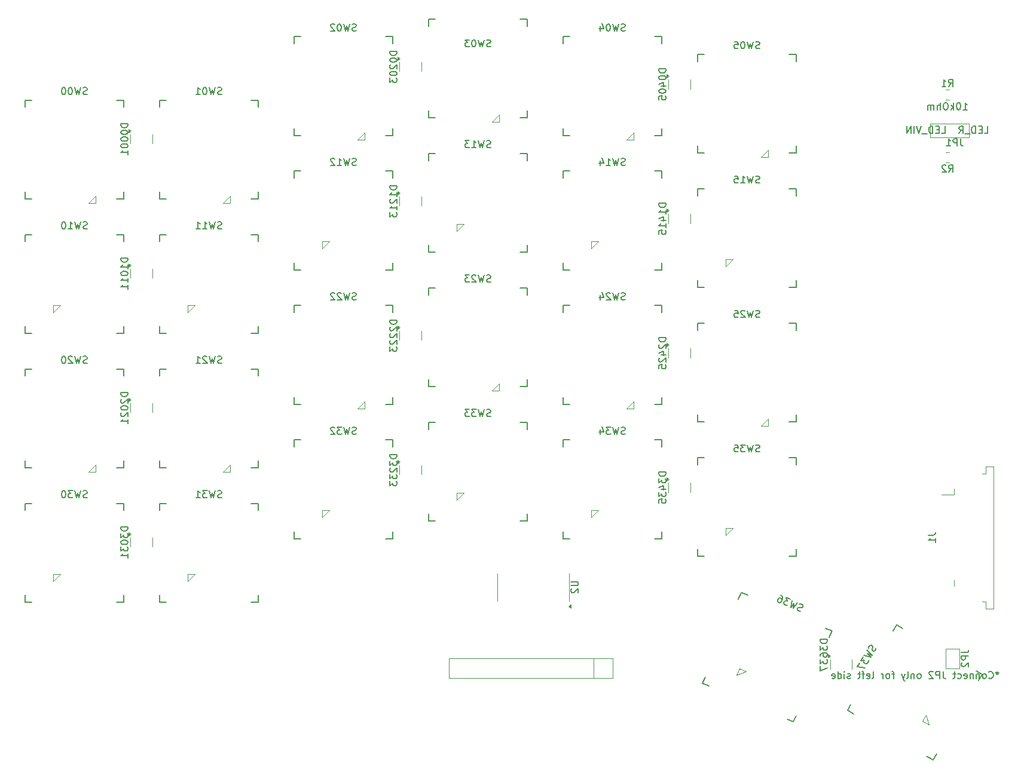
<source format=gbr>
%TF.GenerationSoftware,KiCad,Pcbnew,8.0.8-8.0.8-0~ubuntu22.04.1*%
%TF.CreationDate,2025-01-26T03:04:03-06:00*%
%TF.ProjectId,kbd,6b62642e-6b69-4636-9164-5f7063625858,rev?*%
%TF.SameCoordinates,Original*%
%TF.FileFunction,Legend,Bot*%
%TF.FilePolarity,Positive*%
%FSLAX46Y46*%
G04 Gerber Fmt 4.6, Leading zero omitted, Abs format (unit mm)*
G04 Created by KiCad (PCBNEW 8.0.8-8.0.8-0~ubuntu22.04.1) date 2025-01-26 03:04:03*
%MOMM*%
%LPD*%
G01*
G04 APERTURE LIST*
%ADD10C,0.150000*%
%ADD11C,0.100000*%
%ADD12C,0.120000*%
G04 APERTURE END LIST*
D10*
X190720363Y-133969819D02*
X190720363Y-134207914D01*
X190958458Y-134112676D02*
X190720363Y-134207914D01*
X190720363Y-134207914D02*
X190482268Y-134112676D01*
X190863220Y-134398390D02*
X190720363Y-134207914D01*
X190720363Y-134207914D02*
X190577506Y-134398390D01*
X189529887Y-134874580D02*
X189577506Y-134922200D01*
X189577506Y-134922200D02*
X189720363Y-134969819D01*
X189720363Y-134969819D02*
X189815601Y-134969819D01*
X189815601Y-134969819D02*
X189958458Y-134922200D01*
X189958458Y-134922200D02*
X190053696Y-134826961D01*
X190053696Y-134826961D02*
X190101315Y-134731723D01*
X190101315Y-134731723D02*
X190148934Y-134541247D01*
X190148934Y-134541247D02*
X190148934Y-134398390D01*
X190148934Y-134398390D02*
X190101315Y-134207914D01*
X190101315Y-134207914D02*
X190053696Y-134112676D01*
X190053696Y-134112676D02*
X189958458Y-134017438D01*
X189958458Y-134017438D02*
X189815601Y-133969819D01*
X189815601Y-133969819D02*
X189720363Y-133969819D01*
X189720363Y-133969819D02*
X189577506Y-134017438D01*
X189577506Y-134017438D02*
X189529887Y-134065057D01*
X188958458Y-134969819D02*
X189053696Y-134922200D01*
X189053696Y-134922200D02*
X189101315Y-134874580D01*
X189101315Y-134874580D02*
X189148934Y-134779342D01*
X189148934Y-134779342D02*
X189148934Y-134493628D01*
X189148934Y-134493628D02*
X189101315Y-134398390D01*
X189101315Y-134398390D02*
X189053696Y-134350771D01*
X189053696Y-134350771D02*
X188958458Y-134303152D01*
X188958458Y-134303152D02*
X188815601Y-134303152D01*
X188815601Y-134303152D02*
X188720363Y-134350771D01*
X188720363Y-134350771D02*
X188672744Y-134398390D01*
X188672744Y-134398390D02*
X188625125Y-134493628D01*
X188625125Y-134493628D02*
X188625125Y-134779342D01*
X188625125Y-134779342D02*
X188672744Y-134874580D01*
X188672744Y-134874580D02*
X188720363Y-134922200D01*
X188720363Y-134922200D02*
X188815601Y-134969819D01*
X188815601Y-134969819D02*
X188958458Y-134969819D01*
X188196553Y-134303152D02*
X188196553Y-134969819D01*
X188196553Y-134398390D02*
X188148934Y-134350771D01*
X188148934Y-134350771D02*
X188053696Y-134303152D01*
X188053696Y-134303152D02*
X187910839Y-134303152D01*
X187910839Y-134303152D02*
X187815601Y-134350771D01*
X187815601Y-134350771D02*
X187767982Y-134446009D01*
X187767982Y-134446009D02*
X187767982Y-134969819D01*
X187291791Y-134303152D02*
X187291791Y-134969819D01*
X187291791Y-134398390D02*
X187244172Y-134350771D01*
X187244172Y-134350771D02*
X187148934Y-134303152D01*
X187148934Y-134303152D02*
X187006077Y-134303152D01*
X187006077Y-134303152D02*
X186910839Y-134350771D01*
X186910839Y-134350771D02*
X186863220Y-134446009D01*
X186863220Y-134446009D02*
X186863220Y-134969819D01*
X186006077Y-134922200D02*
X186101315Y-134969819D01*
X186101315Y-134969819D02*
X186291791Y-134969819D01*
X186291791Y-134969819D02*
X186387029Y-134922200D01*
X186387029Y-134922200D02*
X186434648Y-134826961D01*
X186434648Y-134826961D02*
X186434648Y-134446009D01*
X186434648Y-134446009D02*
X186387029Y-134350771D01*
X186387029Y-134350771D02*
X186291791Y-134303152D01*
X186291791Y-134303152D02*
X186101315Y-134303152D01*
X186101315Y-134303152D02*
X186006077Y-134350771D01*
X186006077Y-134350771D02*
X185958458Y-134446009D01*
X185958458Y-134446009D02*
X185958458Y-134541247D01*
X185958458Y-134541247D02*
X186434648Y-134636485D01*
X185101315Y-134922200D02*
X185196553Y-134969819D01*
X185196553Y-134969819D02*
X185387029Y-134969819D01*
X185387029Y-134969819D02*
X185482267Y-134922200D01*
X185482267Y-134922200D02*
X185529886Y-134874580D01*
X185529886Y-134874580D02*
X185577505Y-134779342D01*
X185577505Y-134779342D02*
X185577505Y-134493628D01*
X185577505Y-134493628D02*
X185529886Y-134398390D01*
X185529886Y-134398390D02*
X185482267Y-134350771D01*
X185482267Y-134350771D02*
X185387029Y-134303152D01*
X185387029Y-134303152D02*
X185196553Y-134303152D01*
X185196553Y-134303152D02*
X185101315Y-134350771D01*
X184815600Y-134303152D02*
X184434648Y-134303152D01*
X184672743Y-133969819D02*
X184672743Y-134826961D01*
X184672743Y-134826961D02*
X184625124Y-134922200D01*
X184625124Y-134922200D02*
X184529886Y-134969819D01*
X184529886Y-134969819D02*
X184434648Y-134969819D01*
X183053695Y-133969819D02*
X183053695Y-134684104D01*
X183053695Y-134684104D02*
X183101314Y-134826961D01*
X183101314Y-134826961D02*
X183196552Y-134922200D01*
X183196552Y-134922200D02*
X183339409Y-134969819D01*
X183339409Y-134969819D02*
X183434647Y-134969819D01*
X182577504Y-134969819D02*
X182577504Y-133969819D01*
X182577504Y-133969819D02*
X182196552Y-133969819D01*
X182196552Y-133969819D02*
X182101314Y-134017438D01*
X182101314Y-134017438D02*
X182053695Y-134065057D01*
X182053695Y-134065057D02*
X182006076Y-134160295D01*
X182006076Y-134160295D02*
X182006076Y-134303152D01*
X182006076Y-134303152D02*
X182053695Y-134398390D01*
X182053695Y-134398390D02*
X182101314Y-134446009D01*
X182101314Y-134446009D02*
X182196552Y-134493628D01*
X182196552Y-134493628D02*
X182577504Y-134493628D01*
X181625123Y-134065057D02*
X181577504Y-134017438D01*
X181577504Y-134017438D02*
X181482266Y-133969819D01*
X181482266Y-133969819D02*
X181244171Y-133969819D01*
X181244171Y-133969819D02*
X181148933Y-134017438D01*
X181148933Y-134017438D02*
X181101314Y-134065057D01*
X181101314Y-134065057D02*
X181053695Y-134160295D01*
X181053695Y-134160295D02*
X181053695Y-134255533D01*
X181053695Y-134255533D02*
X181101314Y-134398390D01*
X181101314Y-134398390D02*
X181672742Y-134969819D01*
X181672742Y-134969819D02*
X181053695Y-134969819D01*
X179720361Y-134969819D02*
X179815599Y-134922200D01*
X179815599Y-134922200D02*
X179863218Y-134874580D01*
X179863218Y-134874580D02*
X179910837Y-134779342D01*
X179910837Y-134779342D02*
X179910837Y-134493628D01*
X179910837Y-134493628D02*
X179863218Y-134398390D01*
X179863218Y-134398390D02*
X179815599Y-134350771D01*
X179815599Y-134350771D02*
X179720361Y-134303152D01*
X179720361Y-134303152D02*
X179577504Y-134303152D01*
X179577504Y-134303152D02*
X179482266Y-134350771D01*
X179482266Y-134350771D02*
X179434647Y-134398390D01*
X179434647Y-134398390D02*
X179387028Y-134493628D01*
X179387028Y-134493628D02*
X179387028Y-134779342D01*
X179387028Y-134779342D02*
X179434647Y-134874580D01*
X179434647Y-134874580D02*
X179482266Y-134922200D01*
X179482266Y-134922200D02*
X179577504Y-134969819D01*
X179577504Y-134969819D02*
X179720361Y-134969819D01*
X178958456Y-134303152D02*
X178958456Y-134969819D01*
X178958456Y-134398390D02*
X178910837Y-134350771D01*
X178910837Y-134350771D02*
X178815599Y-134303152D01*
X178815599Y-134303152D02*
X178672742Y-134303152D01*
X178672742Y-134303152D02*
X178577504Y-134350771D01*
X178577504Y-134350771D02*
X178529885Y-134446009D01*
X178529885Y-134446009D02*
X178529885Y-134969819D01*
X177910837Y-134969819D02*
X178006075Y-134922200D01*
X178006075Y-134922200D02*
X178053694Y-134826961D01*
X178053694Y-134826961D02*
X178053694Y-133969819D01*
X177625122Y-134303152D02*
X177387027Y-134969819D01*
X177148932Y-134303152D02*
X177387027Y-134969819D01*
X177387027Y-134969819D02*
X177482265Y-135207914D01*
X177482265Y-135207914D02*
X177529884Y-135255533D01*
X177529884Y-135255533D02*
X177625122Y-135303152D01*
X176148931Y-134303152D02*
X175767979Y-134303152D01*
X176006074Y-134969819D02*
X176006074Y-134112676D01*
X176006074Y-134112676D02*
X175958455Y-134017438D01*
X175958455Y-134017438D02*
X175863217Y-133969819D01*
X175863217Y-133969819D02*
X175767979Y-133969819D01*
X175291788Y-134969819D02*
X175387026Y-134922200D01*
X175387026Y-134922200D02*
X175434645Y-134874580D01*
X175434645Y-134874580D02*
X175482264Y-134779342D01*
X175482264Y-134779342D02*
X175482264Y-134493628D01*
X175482264Y-134493628D02*
X175434645Y-134398390D01*
X175434645Y-134398390D02*
X175387026Y-134350771D01*
X175387026Y-134350771D02*
X175291788Y-134303152D01*
X175291788Y-134303152D02*
X175148931Y-134303152D01*
X175148931Y-134303152D02*
X175053693Y-134350771D01*
X175053693Y-134350771D02*
X175006074Y-134398390D01*
X175006074Y-134398390D02*
X174958455Y-134493628D01*
X174958455Y-134493628D02*
X174958455Y-134779342D01*
X174958455Y-134779342D02*
X175006074Y-134874580D01*
X175006074Y-134874580D02*
X175053693Y-134922200D01*
X175053693Y-134922200D02*
X175148931Y-134969819D01*
X175148931Y-134969819D02*
X175291788Y-134969819D01*
X174529883Y-134969819D02*
X174529883Y-134303152D01*
X174529883Y-134493628D02*
X174482264Y-134398390D01*
X174482264Y-134398390D02*
X174434645Y-134350771D01*
X174434645Y-134350771D02*
X174339407Y-134303152D01*
X174339407Y-134303152D02*
X174244169Y-134303152D01*
X173006073Y-134969819D02*
X173101311Y-134922200D01*
X173101311Y-134922200D02*
X173148930Y-134826961D01*
X173148930Y-134826961D02*
X173148930Y-133969819D01*
X172244168Y-134922200D02*
X172339406Y-134969819D01*
X172339406Y-134969819D02*
X172529882Y-134969819D01*
X172529882Y-134969819D02*
X172625120Y-134922200D01*
X172625120Y-134922200D02*
X172672739Y-134826961D01*
X172672739Y-134826961D02*
X172672739Y-134446009D01*
X172672739Y-134446009D02*
X172625120Y-134350771D01*
X172625120Y-134350771D02*
X172529882Y-134303152D01*
X172529882Y-134303152D02*
X172339406Y-134303152D01*
X172339406Y-134303152D02*
X172244168Y-134350771D01*
X172244168Y-134350771D02*
X172196549Y-134446009D01*
X172196549Y-134446009D02*
X172196549Y-134541247D01*
X172196549Y-134541247D02*
X172672739Y-134636485D01*
X171910834Y-134303152D02*
X171529882Y-134303152D01*
X171767977Y-134969819D02*
X171767977Y-134112676D01*
X171767977Y-134112676D02*
X171720358Y-134017438D01*
X171720358Y-134017438D02*
X171625120Y-133969819D01*
X171625120Y-133969819D02*
X171529882Y-133969819D01*
X171339405Y-134303152D02*
X170958453Y-134303152D01*
X171196548Y-133969819D02*
X171196548Y-134826961D01*
X171196548Y-134826961D02*
X171148929Y-134922200D01*
X171148929Y-134922200D02*
X171053691Y-134969819D01*
X171053691Y-134969819D02*
X170958453Y-134969819D01*
X169910833Y-134922200D02*
X169815595Y-134969819D01*
X169815595Y-134969819D02*
X169625119Y-134969819D01*
X169625119Y-134969819D02*
X169529881Y-134922200D01*
X169529881Y-134922200D02*
X169482262Y-134826961D01*
X169482262Y-134826961D02*
X169482262Y-134779342D01*
X169482262Y-134779342D02*
X169529881Y-134684104D01*
X169529881Y-134684104D02*
X169625119Y-134636485D01*
X169625119Y-134636485D02*
X169767976Y-134636485D01*
X169767976Y-134636485D02*
X169863214Y-134588866D01*
X169863214Y-134588866D02*
X169910833Y-134493628D01*
X169910833Y-134493628D02*
X169910833Y-134446009D01*
X169910833Y-134446009D02*
X169863214Y-134350771D01*
X169863214Y-134350771D02*
X169767976Y-134303152D01*
X169767976Y-134303152D02*
X169625119Y-134303152D01*
X169625119Y-134303152D02*
X169529881Y-134350771D01*
X169053690Y-134969819D02*
X169053690Y-134303152D01*
X169053690Y-133969819D02*
X169101309Y-134017438D01*
X169101309Y-134017438D02*
X169053690Y-134065057D01*
X169053690Y-134065057D02*
X169006071Y-134017438D01*
X169006071Y-134017438D02*
X169053690Y-133969819D01*
X169053690Y-133969819D02*
X169053690Y-134065057D01*
X168148929Y-134969819D02*
X168148929Y-133969819D01*
X168148929Y-134922200D02*
X168244167Y-134969819D01*
X168244167Y-134969819D02*
X168434643Y-134969819D01*
X168434643Y-134969819D02*
X168529881Y-134922200D01*
X168529881Y-134922200D02*
X168577500Y-134874580D01*
X168577500Y-134874580D02*
X168625119Y-134779342D01*
X168625119Y-134779342D02*
X168625119Y-134493628D01*
X168625119Y-134493628D02*
X168577500Y-134398390D01*
X168577500Y-134398390D02*
X168529881Y-134350771D01*
X168529881Y-134350771D02*
X168434643Y-134303152D01*
X168434643Y-134303152D02*
X168244167Y-134303152D01*
X168244167Y-134303152D02*
X168148929Y-134350771D01*
X167291786Y-134922200D02*
X167387024Y-134969819D01*
X167387024Y-134969819D02*
X167577500Y-134969819D01*
X167577500Y-134969819D02*
X167672738Y-134922200D01*
X167672738Y-134922200D02*
X167720357Y-134826961D01*
X167720357Y-134826961D02*
X167720357Y-134446009D01*
X167720357Y-134446009D02*
X167672738Y-134350771D01*
X167672738Y-134350771D02*
X167577500Y-134303152D01*
X167577500Y-134303152D02*
X167387024Y-134303152D01*
X167387024Y-134303152D02*
X167291786Y-134350771D01*
X167291786Y-134350771D02*
X167244167Y-134446009D01*
X167244167Y-134446009D02*
X167244167Y-134541247D01*
X167244167Y-134541247D02*
X167720357Y-134636485D01*
X138009523Y-43152200D02*
X137866666Y-43199819D01*
X137866666Y-43199819D02*
X137628571Y-43199819D01*
X137628571Y-43199819D02*
X137533333Y-43152200D01*
X137533333Y-43152200D02*
X137485714Y-43104580D01*
X137485714Y-43104580D02*
X137438095Y-43009342D01*
X137438095Y-43009342D02*
X137438095Y-42914104D01*
X137438095Y-42914104D02*
X137485714Y-42818866D01*
X137485714Y-42818866D02*
X137533333Y-42771247D01*
X137533333Y-42771247D02*
X137628571Y-42723628D01*
X137628571Y-42723628D02*
X137819047Y-42676009D01*
X137819047Y-42676009D02*
X137914285Y-42628390D01*
X137914285Y-42628390D02*
X137961904Y-42580771D01*
X137961904Y-42580771D02*
X138009523Y-42485533D01*
X138009523Y-42485533D02*
X138009523Y-42390295D01*
X138009523Y-42390295D02*
X137961904Y-42295057D01*
X137961904Y-42295057D02*
X137914285Y-42247438D01*
X137914285Y-42247438D02*
X137819047Y-42199819D01*
X137819047Y-42199819D02*
X137580952Y-42199819D01*
X137580952Y-42199819D02*
X137438095Y-42247438D01*
X137104761Y-42199819D02*
X136866666Y-43199819D01*
X136866666Y-43199819D02*
X136676190Y-42485533D01*
X136676190Y-42485533D02*
X136485714Y-43199819D01*
X136485714Y-43199819D02*
X136247619Y-42199819D01*
X135676190Y-42199819D02*
X135580952Y-42199819D01*
X135580952Y-42199819D02*
X135485714Y-42247438D01*
X135485714Y-42247438D02*
X135438095Y-42295057D01*
X135438095Y-42295057D02*
X135390476Y-42390295D01*
X135390476Y-42390295D02*
X135342857Y-42580771D01*
X135342857Y-42580771D02*
X135342857Y-42818866D01*
X135342857Y-42818866D02*
X135390476Y-43009342D01*
X135390476Y-43009342D02*
X135438095Y-43104580D01*
X135438095Y-43104580D02*
X135485714Y-43152200D01*
X135485714Y-43152200D02*
X135580952Y-43199819D01*
X135580952Y-43199819D02*
X135676190Y-43199819D01*
X135676190Y-43199819D02*
X135771428Y-43152200D01*
X135771428Y-43152200D02*
X135819047Y-43104580D01*
X135819047Y-43104580D02*
X135866666Y-43009342D01*
X135866666Y-43009342D02*
X135914285Y-42818866D01*
X135914285Y-42818866D02*
X135914285Y-42580771D01*
X135914285Y-42580771D02*
X135866666Y-42390295D01*
X135866666Y-42390295D02*
X135819047Y-42295057D01*
X135819047Y-42295057D02*
X135771428Y-42247438D01*
X135771428Y-42247438D02*
X135676190Y-42199819D01*
X134485714Y-42533152D02*
X134485714Y-43199819D01*
X134723809Y-42152200D02*
X134961904Y-42866485D01*
X134961904Y-42866485D02*
X134342857Y-42866485D01*
X157059523Y-45652200D02*
X156916666Y-45699819D01*
X156916666Y-45699819D02*
X156678571Y-45699819D01*
X156678571Y-45699819D02*
X156583333Y-45652200D01*
X156583333Y-45652200D02*
X156535714Y-45604580D01*
X156535714Y-45604580D02*
X156488095Y-45509342D01*
X156488095Y-45509342D02*
X156488095Y-45414104D01*
X156488095Y-45414104D02*
X156535714Y-45318866D01*
X156535714Y-45318866D02*
X156583333Y-45271247D01*
X156583333Y-45271247D02*
X156678571Y-45223628D01*
X156678571Y-45223628D02*
X156869047Y-45176009D01*
X156869047Y-45176009D02*
X156964285Y-45128390D01*
X156964285Y-45128390D02*
X157011904Y-45080771D01*
X157011904Y-45080771D02*
X157059523Y-44985533D01*
X157059523Y-44985533D02*
X157059523Y-44890295D01*
X157059523Y-44890295D02*
X157011904Y-44795057D01*
X157011904Y-44795057D02*
X156964285Y-44747438D01*
X156964285Y-44747438D02*
X156869047Y-44699819D01*
X156869047Y-44699819D02*
X156630952Y-44699819D01*
X156630952Y-44699819D02*
X156488095Y-44747438D01*
X156154761Y-44699819D02*
X155916666Y-45699819D01*
X155916666Y-45699819D02*
X155726190Y-44985533D01*
X155726190Y-44985533D02*
X155535714Y-45699819D01*
X155535714Y-45699819D02*
X155297619Y-44699819D01*
X154726190Y-44699819D02*
X154630952Y-44699819D01*
X154630952Y-44699819D02*
X154535714Y-44747438D01*
X154535714Y-44747438D02*
X154488095Y-44795057D01*
X154488095Y-44795057D02*
X154440476Y-44890295D01*
X154440476Y-44890295D02*
X154392857Y-45080771D01*
X154392857Y-45080771D02*
X154392857Y-45318866D01*
X154392857Y-45318866D02*
X154440476Y-45509342D01*
X154440476Y-45509342D02*
X154488095Y-45604580D01*
X154488095Y-45604580D02*
X154535714Y-45652200D01*
X154535714Y-45652200D02*
X154630952Y-45699819D01*
X154630952Y-45699819D02*
X154726190Y-45699819D01*
X154726190Y-45699819D02*
X154821428Y-45652200D01*
X154821428Y-45652200D02*
X154869047Y-45604580D01*
X154869047Y-45604580D02*
X154916666Y-45509342D01*
X154916666Y-45509342D02*
X154964285Y-45318866D01*
X154964285Y-45318866D02*
X154964285Y-45080771D01*
X154964285Y-45080771D02*
X154916666Y-44890295D01*
X154916666Y-44890295D02*
X154869047Y-44795057D01*
X154869047Y-44795057D02*
X154821428Y-44747438D01*
X154821428Y-44747438D02*
X154726190Y-44699819D01*
X153488095Y-44699819D02*
X153964285Y-44699819D01*
X153964285Y-44699819D02*
X154011904Y-45176009D01*
X154011904Y-45176009D02*
X153964285Y-45128390D01*
X153964285Y-45128390D02*
X153869047Y-45080771D01*
X153869047Y-45080771D02*
X153630952Y-45080771D01*
X153630952Y-45080771D02*
X153535714Y-45128390D01*
X153535714Y-45128390D02*
X153488095Y-45176009D01*
X153488095Y-45176009D02*
X153440476Y-45271247D01*
X153440476Y-45271247D02*
X153440476Y-45509342D01*
X153440476Y-45509342D02*
X153488095Y-45604580D01*
X153488095Y-45604580D02*
X153535714Y-45652200D01*
X153535714Y-45652200D02*
X153630952Y-45699819D01*
X153630952Y-45699819D02*
X153869047Y-45699819D01*
X153869047Y-45699819D02*
X153964285Y-45652200D01*
X153964285Y-45652200D02*
X154011904Y-45604580D01*
X118959523Y-59702200D02*
X118816666Y-59749819D01*
X118816666Y-59749819D02*
X118578571Y-59749819D01*
X118578571Y-59749819D02*
X118483333Y-59702200D01*
X118483333Y-59702200D02*
X118435714Y-59654580D01*
X118435714Y-59654580D02*
X118388095Y-59559342D01*
X118388095Y-59559342D02*
X118388095Y-59464104D01*
X118388095Y-59464104D02*
X118435714Y-59368866D01*
X118435714Y-59368866D02*
X118483333Y-59321247D01*
X118483333Y-59321247D02*
X118578571Y-59273628D01*
X118578571Y-59273628D02*
X118769047Y-59226009D01*
X118769047Y-59226009D02*
X118864285Y-59178390D01*
X118864285Y-59178390D02*
X118911904Y-59130771D01*
X118911904Y-59130771D02*
X118959523Y-59035533D01*
X118959523Y-59035533D02*
X118959523Y-58940295D01*
X118959523Y-58940295D02*
X118911904Y-58845057D01*
X118911904Y-58845057D02*
X118864285Y-58797438D01*
X118864285Y-58797438D02*
X118769047Y-58749819D01*
X118769047Y-58749819D02*
X118530952Y-58749819D01*
X118530952Y-58749819D02*
X118388095Y-58797438D01*
X118054761Y-58749819D02*
X117816666Y-59749819D01*
X117816666Y-59749819D02*
X117626190Y-59035533D01*
X117626190Y-59035533D02*
X117435714Y-59749819D01*
X117435714Y-59749819D02*
X117197619Y-58749819D01*
X116292857Y-59749819D02*
X116864285Y-59749819D01*
X116578571Y-59749819D02*
X116578571Y-58749819D01*
X116578571Y-58749819D02*
X116673809Y-58892676D01*
X116673809Y-58892676D02*
X116769047Y-58987914D01*
X116769047Y-58987914D02*
X116864285Y-59035533D01*
X115959523Y-58749819D02*
X115340476Y-58749819D01*
X115340476Y-58749819D02*
X115673809Y-59130771D01*
X115673809Y-59130771D02*
X115530952Y-59130771D01*
X115530952Y-59130771D02*
X115435714Y-59178390D01*
X115435714Y-59178390D02*
X115388095Y-59226009D01*
X115388095Y-59226009D02*
X115340476Y-59321247D01*
X115340476Y-59321247D02*
X115340476Y-59559342D01*
X115340476Y-59559342D02*
X115388095Y-59654580D01*
X115388095Y-59654580D02*
X115435714Y-59702200D01*
X115435714Y-59702200D02*
X115530952Y-59749819D01*
X115530952Y-59749819D02*
X115816666Y-59749819D01*
X115816666Y-59749819D02*
X115911904Y-59702200D01*
X115911904Y-59702200D02*
X115959523Y-59654580D01*
X118959523Y-97802200D02*
X118816666Y-97849819D01*
X118816666Y-97849819D02*
X118578571Y-97849819D01*
X118578571Y-97849819D02*
X118483333Y-97802200D01*
X118483333Y-97802200D02*
X118435714Y-97754580D01*
X118435714Y-97754580D02*
X118388095Y-97659342D01*
X118388095Y-97659342D02*
X118388095Y-97564104D01*
X118388095Y-97564104D02*
X118435714Y-97468866D01*
X118435714Y-97468866D02*
X118483333Y-97421247D01*
X118483333Y-97421247D02*
X118578571Y-97373628D01*
X118578571Y-97373628D02*
X118769047Y-97326009D01*
X118769047Y-97326009D02*
X118864285Y-97278390D01*
X118864285Y-97278390D02*
X118911904Y-97230771D01*
X118911904Y-97230771D02*
X118959523Y-97135533D01*
X118959523Y-97135533D02*
X118959523Y-97040295D01*
X118959523Y-97040295D02*
X118911904Y-96945057D01*
X118911904Y-96945057D02*
X118864285Y-96897438D01*
X118864285Y-96897438D02*
X118769047Y-96849819D01*
X118769047Y-96849819D02*
X118530952Y-96849819D01*
X118530952Y-96849819D02*
X118388095Y-96897438D01*
X118054761Y-96849819D02*
X117816666Y-97849819D01*
X117816666Y-97849819D02*
X117626190Y-97135533D01*
X117626190Y-97135533D02*
X117435714Y-97849819D01*
X117435714Y-97849819D02*
X117197619Y-96849819D01*
X116911904Y-96849819D02*
X116292857Y-96849819D01*
X116292857Y-96849819D02*
X116626190Y-97230771D01*
X116626190Y-97230771D02*
X116483333Y-97230771D01*
X116483333Y-97230771D02*
X116388095Y-97278390D01*
X116388095Y-97278390D02*
X116340476Y-97326009D01*
X116340476Y-97326009D02*
X116292857Y-97421247D01*
X116292857Y-97421247D02*
X116292857Y-97659342D01*
X116292857Y-97659342D02*
X116340476Y-97754580D01*
X116340476Y-97754580D02*
X116388095Y-97802200D01*
X116388095Y-97802200D02*
X116483333Y-97849819D01*
X116483333Y-97849819D02*
X116769047Y-97849819D01*
X116769047Y-97849819D02*
X116864285Y-97802200D01*
X116864285Y-97802200D02*
X116911904Y-97754580D01*
X115959523Y-96849819D02*
X115340476Y-96849819D01*
X115340476Y-96849819D02*
X115673809Y-97230771D01*
X115673809Y-97230771D02*
X115530952Y-97230771D01*
X115530952Y-97230771D02*
X115435714Y-97278390D01*
X115435714Y-97278390D02*
X115388095Y-97326009D01*
X115388095Y-97326009D02*
X115340476Y-97421247D01*
X115340476Y-97421247D02*
X115340476Y-97659342D01*
X115340476Y-97659342D02*
X115388095Y-97754580D01*
X115388095Y-97754580D02*
X115435714Y-97802200D01*
X115435714Y-97802200D02*
X115530952Y-97849819D01*
X115530952Y-97849819D02*
X115816666Y-97849819D01*
X115816666Y-97849819D02*
X115911904Y-97802200D01*
X115911904Y-97802200D02*
X115959523Y-97754580D01*
X173557408Y-130636506D02*
X173527219Y-130784033D01*
X173527219Y-130784033D02*
X173408171Y-130990230D01*
X173408171Y-130990230D02*
X173319313Y-131048899D01*
X173319313Y-131048899D02*
X173254264Y-131066329D01*
X173254264Y-131066329D02*
X173147976Y-131059949D01*
X173147976Y-131059949D02*
X173065497Y-131012330D01*
X173065497Y-131012330D02*
X173006828Y-130923472D01*
X173006828Y-130923472D02*
X172989398Y-130858423D01*
X172989398Y-130858423D02*
X172995778Y-130752135D01*
X172995778Y-130752135D02*
X173049777Y-130563368D01*
X173049777Y-130563368D02*
X173056157Y-130457080D01*
X173056157Y-130457080D02*
X173038727Y-130392031D01*
X173038727Y-130392031D02*
X172980058Y-130303173D01*
X172980058Y-130303173D02*
X172897579Y-130255554D01*
X172897579Y-130255554D02*
X172791291Y-130249174D01*
X172791291Y-130249174D02*
X172726242Y-130266604D01*
X172726242Y-130266604D02*
X172637384Y-130325273D01*
X172637384Y-130325273D02*
X172518336Y-130531469D01*
X172518336Y-130531469D02*
X172488147Y-130678997D01*
X172280241Y-130943862D02*
X173027219Y-131650059D01*
X173027219Y-131650059D02*
X172313391Y-131457873D01*
X172313391Y-131457873D02*
X172836742Y-131979973D01*
X172836742Y-131979973D02*
X171851669Y-131686170D01*
X171708812Y-131933605D02*
X171399289Y-132469716D01*
X171399289Y-132469716D02*
X171895870Y-132371517D01*
X171895870Y-132371517D02*
X171824441Y-132495235D01*
X171824441Y-132495235D02*
X171818061Y-132601524D01*
X171818061Y-132601524D02*
X171835491Y-132666572D01*
X171835491Y-132666572D02*
X171894160Y-132755431D01*
X171894160Y-132755431D02*
X172100357Y-132874478D01*
X172100357Y-132874478D02*
X172206645Y-132880858D01*
X172206645Y-132880858D02*
X172271694Y-132863428D01*
X172271694Y-132863428D02*
X172360552Y-132804759D01*
X172360552Y-132804759D02*
X172503409Y-132557323D01*
X172503409Y-132557323D02*
X172509789Y-132451035D01*
X172509789Y-132451035D02*
X172492359Y-132385986D01*
X171232622Y-132758392D02*
X170899289Y-133335742D01*
X170899289Y-133335742D02*
X171979600Y-133464588D01*
X157059523Y-64702200D02*
X156916666Y-64749819D01*
X156916666Y-64749819D02*
X156678571Y-64749819D01*
X156678571Y-64749819D02*
X156583333Y-64702200D01*
X156583333Y-64702200D02*
X156535714Y-64654580D01*
X156535714Y-64654580D02*
X156488095Y-64559342D01*
X156488095Y-64559342D02*
X156488095Y-64464104D01*
X156488095Y-64464104D02*
X156535714Y-64368866D01*
X156535714Y-64368866D02*
X156583333Y-64321247D01*
X156583333Y-64321247D02*
X156678571Y-64273628D01*
X156678571Y-64273628D02*
X156869047Y-64226009D01*
X156869047Y-64226009D02*
X156964285Y-64178390D01*
X156964285Y-64178390D02*
X157011904Y-64130771D01*
X157011904Y-64130771D02*
X157059523Y-64035533D01*
X157059523Y-64035533D02*
X157059523Y-63940295D01*
X157059523Y-63940295D02*
X157011904Y-63845057D01*
X157011904Y-63845057D02*
X156964285Y-63797438D01*
X156964285Y-63797438D02*
X156869047Y-63749819D01*
X156869047Y-63749819D02*
X156630952Y-63749819D01*
X156630952Y-63749819D02*
X156488095Y-63797438D01*
X156154761Y-63749819D02*
X155916666Y-64749819D01*
X155916666Y-64749819D02*
X155726190Y-64035533D01*
X155726190Y-64035533D02*
X155535714Y-64749819D01*
X155535714Y-64749819D02*
X155297619Y-63749819D01*
X154392857Y-64749819D02*
X154964285Y-64749819D01*
X154678571Y-64749819D02*
X154678571Y-63749819D01*
X154678571Y-63749819D02*
X154773809Y-63892676D01*
X154773809Y-63892676D02*
X154869047Y-63987914D01*
X154869047Y-63987914D02*
X154964285Y-64035533D01*
X153488095Y-63749819D02*
X153964285Y-63749819D01*
X153964285Y-63749819D02*
X154011904Y-64226009D01*
X154011904Y-64226009D02*
X153964285Y-64178390D01*
X153964285Y-64178390D02*
X153869047Y-64130771D01*
X153869047Y-64130771D02*
X153630952Y-64130771D01*
X153630952Y-64130771D02*
X153535714Y-64178390D01*
X153535714Y-64178390D02*
X153488095Y-64226009D01*
X153488095Y-64226009D02*
X153440476Y-64321247D01*
X153440476Y-64321247D02*
X153440476Y-64559342D01*
X153440476Y-64559342D02*
X153488095Y-64654580D01*
X153488095Y-64654580D02*
X153535714Y-64702200D01*
X153535714Y-64702200D02*
X153630952Y-64749819D01*
X153630952Y-64749819D02*
X153869047Y-64749819D01*
X153869047Y-64749819D02*
X153964285Y-64702200D01*
X153964285Y-64702200D02*
X154011904Y-64654580D01*
X138009523Y-62202200D02*
X137866666Y-62249819D01*
X137866666Y-62249819D02*
X137628571Y-62249819D01*
X137628571Y-62249819D02*
X137533333Y-62202200D01*
X137533333Y-62202200D02*
X137485714Y-62154580D01*
X137485714Y-62154580D02*
X137438095Y-62059342D01*
X137438095Y-62059342D02*
X137438095Y-61964104D01*
X137438095Y-61964104D02*
X137485714Y-61868866D01*
X137485714Y-61868866D02*
X137533333Y-61821247D01*
X137533333Y-61821247D02*
X137628571Y-61773628D01*
X137628571Y-61773628D02*
X137819047Y-61726009D01*
X137819047Y-61726009D02*
X137914285Y-61678390D01*
X137914285Y-61678390D02*
X137961904Y-61630771D01*
X137961904Y-61630771D02*
X138009523Y-61535533D01*
X138009523Y-61535533D02*
X138009523Y-61440295D01*
X138009523Y-61440295D02*
X137961904Y-61345057D01*
X137961904Y-61345057D02*
X137914285Y-61297438D01*
X137914285Y-61297438D02*
X137819047Y-61249819D01*
X137819047Y-61249819D02*
X137580952Y-61249819D01*
X137580952Y-61249819D02*
X137438095Y-61297438D01*
X137104761Y-61249819D02*
X136866666Y-62249819D01*
X136866666Y-62249819D02*
X136676190Y-61535533D01*
X136676190Y-61535533D02*
X136485714Y-62249819D01*
X136485714Y-62249819D02*
X136247619Y-61249819D01*
X135342857Y-62249819D02*
X135914285Y-62249819D01*
X135628571Y-62249819D02*
X135628571Y-61249819D01*
X135628571Y-61249819D02*
X135723809Y-61392676D01*
X135723809Y-61392676D02*
X135819047Y-61487914D01*
X135819047Y-61487914D02*
X135914285Y-61535533D01*
X134485714Y-61583152D02*
X134485714Y-62249819D01*
X134723809Y-61202200D02*
X134961904Y-61916485D01*
X134961904Y-61916485D02*
X134342857Y-61916485D01*
X80859523Y-109302200D02*
X80716666Y-109349819D01*
X80716666Y-109349819D02*
X80478571Y-109349819D01*
X80478571Y-109349819D02*
X80383333Y-109302200D01*
X80383333Y-109302200D02*
X80335714Y-109254580D01*
X80335714Y-109254580D02*
X80288095Y-109159342D01*
X80288095Y-109159342D02*
X80288095Y-109064104D01*
X80288095Y-109064104D02*
X80335714Y-108968866D01*
X80335714Y-108968866D02*
X80383333Y-108921247D01*
X80383333Y-108921247D02*
X80478571Y-108873628D01*
X80478571Y-108873628D02*
X80669047Y-108826009D01*
X80669047Y-108826009D02*
X80764285Y-108778390D01*
X80764285Y-108778390D02*
X80811904Y-108730771D01*
X80811904Y-108730771D02*
X80859523Y-108635533D01*
X80859523Y-108635533D02*
X80859523Y-108540295D01*
X80859523Y-108540295D02*
X80811904Y-108445057D01*
X80811904Y-108445057D02*
X80764285Y-108397438D01*
X80764285Y-108397438D02*
X80669047Y-108349819D01*
X80669047Y-108349819D02*
X80430952Y-108349819D01*
X80430952Y-108349819D02*
X80288095Y-108397438D01*
X79954761Y-108349819D02*
X79716666Y-109349819D01*
X79716666Y-109349819D02*
X79526190Y-108635533D01*
X79526190Y-108635533D02*
X79335714Y-109349819D01*
X79335714Y-109349819D02*
X79097619Y-108349819D01*
X78811904Y-108349819D02*
X78192857Y-108349819D01*
X78192857Y-108349819D02*
X78526190Y-108730771D01*
X78526190Y-108730771D02*
X78383333Y-108730771D01*
X78383333Y-108730771D02*
X78288095Y-108778390D01*
X78288095Y-108778390D02*
X78240476Y-108826009D01*
X78240476Y-108826009D02*
X78192857Y-108921247D01*
X78192857Y-108921247D02*
X78192857Y-109159342D01*
X78192857Y-109159342D02*
X78240476Y-109254580D01*
X78240476Y-109254580D02*
X78288095Y-109302200D01*
X78288095Y-109302200D02*
X78383333Y-109349819D01*
X78383333Y-109349819D02*
X78669047Y-109349819D01*
X78669047Y-109349819D02*
X78764285Y-109302200D01*
X78764285Y-109302200D02*
X78811904Y-109254580D01*
X77240476Y-109349819D02*
X77811904Y-109349819D01*
X77526190Y-109349819D02*
X77526190Y-108349819D01*
X77526190Y-108349819D02*
X77621428Y-108492676D01*
X77621428Y-108492676D02*
X77716666Y-108587914D01*
X77716666Y-108587914D02*
X77811904Y-108635533D01*
X118959523Y-45407200D02*
X118816666Y-45454819D01*
X118816666Y-45454819D02*
X118578571Y-45454819D01*
X118578571Y-45454819D02*
X118483333Y-45407200D01*
X118483333Y-45407200D02*
X118435714Y-45359580D01*
X118435714Y-45359580D02*
X118388095Y-45264342D01*
X118388095Y-45264342D02*
X118388095Y-45169104D01*
X118388095Y-45169104D02*
X118435714Y-45073866D01*
X118435714Y-45073866D02*
X118483333Y-45026247D01*
X118483333Y-45026247D02*
X118578571Y-44978628D01*
X118578571Y-44978628D02*
X118769047Y-44931009D01*
X118769047Y-44931009D02*
X118864285Y-44883390D01*
X118864285Y-44883390D02*
X118911904Y-44835771D01*
X118911904Y-44835771D02*
X118959523Y-44740533D01*
X118959523Y-44740533D02*
X118959523Y-44645295D01*
X118959523Y-44645295D02*
X118911904Y-44550057D01*
X118911904Y-44550057D02*
X118864285Y-44502438D01*
X118864285Y-44502438D02*
X118769047Y-44454819D01*
X118769047Y-44454819D02*
X118530952Y-44454819D01*
X118530952Y-44454819D02*
X118388095Y-44502438D01*
X118054761Y-44454819D02*
X117816666Y-45454819D01*
X117816666Y-45454819D02*
X117626190Y-44740533D01*
X117626190Y-44740533D02*
X117435714Y-45454819D01*
X117435714Y-45454819D02*
X117197619Y-44454819D01*
X116626190Y-44454819D02*
X116530952Y-44454819D01*
X116530952Y-44454819D02*
X116435714Y-44502438D01*
X116435714Y-44502438D02*
X116388095Y-44550057D01*
X116388095Y-44550057D02*
X116340476Y-44645295D01*
X116340476Y-44645295D02*
X116292857Y-44835771D01*
X116292857Y-44835771D02*
X116292857Y-45073866D01*
X116292857Y-45073866D02*
X116340476Y-45264342D01*
X116340476Y-45264342D02*
X116388095Y-45359580D01*
X116388095Y-45359580D02*
X116435714Y-45407200D01*
X116435714Y-45407200D02*
X116530952Y-45454819D01*
X116530952Y-45454819D02*
X116626190Y-45454819D01*
X116626190Y-45454819D02*
X116721428Y-45407200D01*
X116721428Y-45407200D02*
X116769047Y-45359580D01*
X116769047Y-45359580D02*
X116816666Y-45264342D01*
X116816666Y-45264342D02*
X116864285Y-45073866D01*
X116864285Y-45073866D02*
X116864285Y-44835771D01*
X116864285Y-44835771D02*
X116816666Y-44645295D01*
X116816666Y-44645295D02*
X116769047Y-44550057D01*
X116769047Y-44550057D02*
X116721428Y-44502438D01*
X116721428Y-44502438D02*
X116626190Y-44454819D01*
X115959523Y-44454819D02*
X115340476Y-44454819D01*
X115340476Y-44454819D02*
X115673809Y-44835771D01*
X115673809Y-44835771D02*
X115530952Y-44835771D01*
X115530952Y-44835771D02*
X115435714Y-44883390D01*
X115435714Y-44883390D02*
X115388095Y-44931009D01*
X115388095Y-44931009D02*
X115340476Y-45026247D01*
X115340476Y-45026247D02*
X115340476Y-45264342D01*
X115340476Y-45264342D02*
X115388095Y-45359580D01*
X115388095Y-45359580D02*
X115435714Y-45407200D01*
X115435714Y-45407200D02*
X115530952Y-45454819D01*
X115530952Y-45454819D02*
X115816666Y-45454819D01*
X115816666Y-45454819D02*
X115911904Y-45407200D01*
X115911904Y-45407200D02*
X115959523Y-45359580D01*
X138009523Y-81252200D02*
X137866666Y-81299819D01*
X137866666Y-81299819D02*
X137628571Y-81299819D01*
X137628571Y-81299819D02*
X137533333Y-81252200D01*
X137533333Y-81252200D02*
X137485714Y-81204580D01*
X137485714Y-81204580D02*
X137438095Y-81109342D01*
X137438095Y-81109342D02*
X137438095Y-81014104D01*
X137438095Y-81014104D02*
X137485714Y-80918866D01*
X137485714Y-80918866D02*
X137533333Y-80871247D01*
X137533333Y-80871247D02*
X137628571Y-80823628D01*
X137628571Y-80823628D02*
X137819047Y-80776009D01*
X137819047Y-80776009D02*
X137914285Y-80728390D01*
X137914285Y-80728390D02*
X137961904Y-80680771D01*
X137961904Y-80680771D02*
X138009523Y-80585533D01*
X138009523Y-80585533D02*
X138009523Y-80490295D01*
X138009523Y-80490295D02*
X137961904Y-80395057D01*
X137961904Y-80395057D02*
X137914285Y-80347438D01*
X137914285Y-80347438D02*
X137819047Y-80299819D01*
X137819047Y-80299819D02*
X137580952Y-80299819D01*
X137580952Y-80299819D02*
X137438095Y-80347438D01*
X137104761Y-80299819D02*
X136866666Y-81299819D01*
X136866666Y-81299819D02*
X136676190Y-80585533D01*
X136676190Y-80585533D02*
X136485714Y-81299819D01*
X136485714Y-81299819D02*
X136247619Y-80299819D01*
X135914285Y-80395057D02*
X135866666Y-80347438D01*
X135866666Y-80347438D02*
X135771428Y-80299819D01*
X135771428Y-80299819D02*
X135533333Y-80299819D01*
X135533333Y-80299819D02*
X135438095Y-80347438D01*
X135438095Y-80347438D02*
X135390476Y-80395057D01*
X135390476Y-80395057D02*
X135342857Y-80490295D01*
X135342857Y-80490295D02*
X135342857Y-80585533D01*
X135342857Y-80585533D02*
X135390476Y-80728390D01*
X135390476Y-80728390D02*
X135961904Y-81299819D01*
X135961904Y-81299819D02*
X135342857Y-81299819D01*
X134485714Y-80633152D02*
X134485714Y-81299819D01*
X134723809Y-80252200D02*
X134961904Y-80966485D01*
X134961904Y-80966485D02*
X134342857Y-80966485D01*
X80859523Y-90252200D02*
X80716666Y-90299819D01*
X80716666Y-90299819D02*
X80478571Y-90299819D01*
X80478571Y-90299819D02*
X80383333Y-90252200D01*
X80383333Y-90252200D02*
X80335714Y-90204580D01*
X80335714Y-90204580D02*
X80288095Y-90109342D01*
X80288095Y-90109342D02*
X80288095Y-90014104D01*
X80288095Y-90014104D02*
X80335714Y-89918866D01*
X80335714Y-89918866D02*
X80383333Y-89871247D01*
X80383333Y-89871247D02*
X80478571Y-89823628D01*
X80478571Y-89823628D02*
X80669047Y-89776009D01*
X80669047Y-89776009D02*
X80764285Y-89728390D01*
X80764285Y-89728390D02*
X80811904Y-89680771D01*
X80811904Y-89680771D02*
X80859523Y-89585533D01*
X80859523Y-89585533D02*
X80859523Y-89490295D01*
X80859523Y-89490295D02*
X80811904Y-89395057D01*
X80811904Y-89395057D02*
X80764285Y-89347438D01*
X80764285Y-89347438D02*
X80669047Y-89299819D01*
X80669047Y-89299819D02*
X80430952Y-89299819D01*
X80430952Y-89299819D02*
X80288095Y-89347438D01*
X79954761Y-89299819D02*
X79716666Y-90299819D01*
X79716666Y-90299819D02*
X79526190Y-89585533D01*
X79526190Y-89585533D02*
X79335714Y-90299819D01*
X79335714Y-90299819D02*
X79097619Y-89299819D01*
X78764285Y-89395057D02*
X78716666Y-89347438D01*
X78716666Y-89347438D02*
X78621428Y-89299819D01*
X78621428Y-89299819D02*
X78383333Y-89299819D01*
X78383333Y-89299819D02*
X78288095Y-89347438D01*
X78288095Y-89347438D02*
X78240476Y-89395057D01*
X78240476Y-89395057D02*
X78192857Y-89490295D01*
X78192857Y-89490295D02*
X78192857Y-89585533D01*
X78192857Y-89585533D02*
X78240476Y-89728390D01*
X78240476Y-89728390D02*
X78811904Y-90299819D01*
X78811904Y-90299819D02*
X78192857Y-90299819D01*
X77240476Y-90299819D02*
X77811904Y-90299819D01*
X77526190Y-90299819D02*
X77526190Y-89299819D01*
X77526190Y-89299819D02*
X77621428Y-89442676D01*
X77621428Y-89442676D02*
X77716666Y-89537914D01*
X77716666Y-89537914D02*
X77811904Y-89585533D01*
X138009523Y-100302200D02*
X137866666Y-100349819D01*
X137866666Y-100349819D02*
X137628571Y-100349819D01*
X137628571Y-100349819D02*
X137533333Y-100302200D01*
X137533333Y-100302200D02*
X137485714Y-100254580D01*
X137485714Y-100254580D02*
X137438095Y-100159342D01*
X137438095Y-100159342D02*
X137438095Y-100064104D01*
X137438095Y-100064104D02*
X137485714Y-99968866D01*
X137485714Y-99968866D02*
X137533333Y-99921247D01*
X137533333Y-99921247D02*
X137628571Y-99873628D01*
X137628571Y-99873628D02*
X137819047Y-99826009D01*
X137819047Y-99826009D02*
X137914285Y-99778390D01*
X137914285Y-99778390D02*
X137961904Y-99730771D01*
X137961904Y-99730771D02*
X138009523Y-99635533D01*
X138009523Y-99635533D02*
X138009523Y-99540295D01*
X138009523Y-99540295D02*
X137961904Y-99445057D01*
X137961904Y-99445057D02*
X137914285Y-99397438D01*
X137914285Y-99397438D02*
X137819047Y-99349819D01*
X137819047Y-99349819D02*
X137580952Y-99349819D01*
X137580952Y-99349819D02*
X137438095Y-99397438D01*
X137104761Y-99349819D02*
X136866666Y-100349819D01*
X136866666Y-100349819D02*
X136676190Y-99635533D01*
X136676190Y-99635533D02*
X136485714Y-100349819D01*
X136485714Y-100349819D02*
X136247619Y-99349819D01*
X135961904Y-99349819D02*
X135342857Y-99349819D01*
X135342857Y-99349819D02*
X135676190Y-99730771D01*
X135676190Y-99730771D02*
X135533333Y-99730771D01*
X135533333Y-99730771D02*
X135438095Y-99778390D01*
X135438095Y-99778390D02*
X135390476Y-99826009D01*
X135390476Y-99826009D02*
X135342857Y-99921247D01*
X135342857Y-99921247D02*
X135342857Y-100159342D01*
X135342857Y-100159342D02*
X135390476Y-100254580D01*
X135390476Y-100254580D02*
X135438095Y-100302200D01*
X135438095Y-100302200D02*
X135533333Y-100349819D01*
X135533333Y-100349819D02*
X135819047Y-100349819D01*
X135819047Y-100349819D02*
X135914285Y-100302200D01*
X135914285Y-100302200D02*
X135961904Y-100254580D01*
X134485714Y-99683152D02*
X134485714Y-100349819D01*
X134723809Y-99302200D02*
X134961904Y-100016485D01*
X134961904Y-100016485D02*
X134342857Y-100016485D01*
X80859523Y-71202200D02*
X80716666Y-71249819D01*
X80716666Y-71249819D02*
X80478571Y-71249819D01*
X80478571Y-71249819D02*
X80383333Y-71202200D01*
X80383333Y-71202200D02*
X80335714Y-71154580D01*
X80335714Y-71154580D02*
X80288095Y-71059342D01*
X80288095Y-71059342D02*
X80288095Y-70964104D01*
X80288095Y-70964104D02*
X80335714Y-70868866D01*
X80335714Y-70868866D02*
X80383333Y-70821247D01*
X80383333Y-70821247D02*
X80478571Y-70773628D01*
X80478571Y-70773628D02*
X80669047Y-70726009D01*
X80669047Y-70726009D02*
X80764285Y-70678390D01*
X80764285Y-70678390D02*
X80811904Y-70630771D01*
X80811904Y-70630771D02*
X80859523Y-70535533D01*
X80859523Y-70535533D02*
X80859523Y-70440295D01*
X80859523Y-70440295D02*
X80811904Y-70345057D01*
X80811904Y-70345057D02*
X80764285Y-70297438D01*
X80764285Y-70297438D02*
X80669047Y-70249819D01*
X80669047Y-70249819D02*
X80430952Y-70249819D01*
X80430952Y-70249819D02*
X80288095Y-70297438D01*
X79954761Y-70249819D02*
X79716666Y-71249819D01*
X79716666Y-71249819D02*
X79526190Y-70535533D01*
X79526190Y-70535533D02*
X79335714Y-71249819D01*
X79335714Y-71249819D02*
X79097619Y-70249819D01*
X78192857Y-71249819D02*
X78764285Y-71249819D01*
X78478571Y-71249819D02*
X78478571Y-70249819D01*
X78478571Y-70249819D02*
X78573809Y-70392676D01*
X78573809Y-70392676D02*
X78669047Y-70487914D01*
X78669047Y-70487914D02*
X78764285Y-70535533D01*
X77240476Y-71249819D02*
X77811904Y-71249819D01*
X77526190Y-71249819D02*
X77526190Y-70249819D01*
X77526190Y-70249819D02*
X77621428Y-70392676D01*
X77621428Y-70392676D02*
X77716666Y-70487914D01*
X77716666Y-70487914D02*
X77811904Y-70535533D01*
X61809523Y-109302200D02*
X61666666Y-109349819D01*
X61666666Y-109349819D02*
X61428571Y-109349819D01*
X61428571Y-109349819D02*
X61333333Y-109302200D01*
X61333333Y-109302200D02*
X61285714Y-109254580D01*
X61285714Y-109254580D02*
X61238095Y-109159342D01*
X61238095Y-109159342D02*
X61238095Y-109064104D01*
X61238095Y-109064104D02*
X61285714Y-108968866D01*
X61285714Y-108968866D02*
X61333333Y-108921247D01*
X61333333Y-108921247D02*
X61428571Y-108873628D01*
X61428571Y-108873628D02*
X61619047Y-108826009D01*
X61619047Y-108826009D02*
X61714285Y-108778390D01*
X61714285Y-108778390D02*
X61761904Y-108730771D01*
X61761904Y-108730771D02*
X61809523Y-108635533D01*
X61809523Y-108635533D02*
X61809523Y-108540295D01*
X61809523Y-108540295D02*
X61761904Y-108445057D01*
X61761904Y-108445057D02*
X61714285Y-108397438D01*
X61714285Y-108397438D02*
X61619047Y-108349819D01*
X61619047Y-108349819D02*
X61380952Y-108349819D01*
X61380952Y-108349819D02*
X61238095Y-108397438D01*
X60904761Y-108349819D02*
X60666666Y-109349819D01*
X60666666Y-109349819D02*
X60476190Y-108635533D01*
X60476190Y-108635533D02*
X60285714Y-109349819D01*
X60285714Y-109349819D02*
X60047619Y-108349819D01*
X59761904Y-108349819D02*
X59142857Y-108349819D01*
X59142857Y-108349819D02*
X59476190Y-108730771D01*
X59476190Y-108730771D02*
X59333333Y-108730771D01*
X59333333Y-108730771D02*
X59238095Y-108778390D01*
X59238095Y-108778390D02*
X59190476Y-108826009D01*
X59190476Y-108826009D02*
X59142857Y-108921247D01*
X59142857Y-108921247D02*
X59142857Y-109159342D01*
X59142857Y-109159342D02*
X59190476Y-109254580D01*
X59190476Y-109254580D02*
X59238095Y-109302200D01*
X59238095Y-109302200D02*
X59333333Y-109349819D01*
X59333333Y-109349819D02*
X59619047Y-109349819D01*
X59619047Y-109349819D02*
X59714285Y-109302200D01*
X59714285Y-109302200D02*
X59761904Y-109254580D01*
X58523809Y-108349819D02*
X58428571Y-108349819D01*
X58428571Y-108349819D02*
X58333333Y-108397438D01*
X58333333Y-108397438D02*
X58285714Y-108445057D01*
X58285714Y-108445057D02*
X58238095Y-108540295D01*
X58238095Y-108540295D02*
X58190476Y-108730771D01*
X58190476Y-108730771D02*
X58190476Y-108968866D01*
X58190476Y-108968866D02*
X58238095Y-109159342D01*
X58238095Y-109159342D02*
X58285714Y-109254580D01*
X58285714Y-109254580D02*
X58333333Y-109302200D01*
X58333333Y-109302200D02*
X58428571Y-109349819D01*
X58428571Y-109349819D02*
X58523809Y-109349819D01*
X58523809Y-109349819D02*
X58619047Y-109302200D01*
X58619047Y-109302200D02*
X58666666Y-109254580D01*
X58666666Y-109254580D02*
X58714285Y-109159342D01*
X58714285Y-109159342D02*
X58761904Y-108968866D01*
X58761904Y-108968866D02*
X58761904Y-108730771D01*
X58761904Y-108730771D02*
X58714285Y-108540295D01*
X58714285Y-108540295D02*
X58666666Y-108445057D01*
X58666666Y-108445057D02*
X58619047Y-108397438D01*
X58619047Y-108397438D02*
X58523809Y-108349819D01*
X61809523Y-52152200D02*
X61666666Y-52199819D01*
X61666666Y-52199819D02*
X61428571Y-52199819D01*
X61428571Y-52199819D02*
X61333333Y-52152200D01*
X61333333Y-52152200D02*
X61285714Y-52104580D01*
X61285714Y-52104580D02*
X61238095Y-52009342D01*
X61238095Y-52009342D02*
X61238095Y-51914104D01*
X61238095Y-51914104D02*
X61285714Y-51818866D01*
X61285714Y-51818866D02*
X61333333Y-51771247D01*
X61333333Y-51771247D02*
X61428571Y-51723628D01*
X61428571Y-51723628D02*
X61619047Y-51676009D01*
X61619047Y-51676009D02*
X61714285Y-51628390D01*
X61714285Y-51628390D02*
X61761904Y-51580771D01*
X61761904Y-51580771D02*
X61809523Y-51485533D01*
X61809523Y-51485533D02*
X61809523Y-51390295D01*
X61809523Y-51390295D02*
X61761904Y-51295057D01*
X61761904Y-51295057D02*
X61714285Y-51247438D01*
X61714285Y-51247438D02*
X61619047Y-51199819D01*
X61619047Y-51199819D02*
X61380952Y-51199819D01*
X61380952Y-51199819D02*
X61238095Y-51247438D01*
X60904761Y-51199819D02*
X60666666Y-52199819D01*
X60666666Y-52199819D02*
X60476190Y-51485533D01*
X60476190Y-51485533D02*
X60285714Y-52199819D01*
X60285714Y-52199819D02*
X60047619Y-51199819D01*
X59476190Y-51199819D02*
X59380952Y-51199819D01*
X59380952Y-51199819D02*
X59285714Y-51247438D01*
X59285714Y-51247438D02*
X59238095Y-51295057D01*
X59238095Y-51295057D02*
X59190476Y-51390295D01*
X59190476Y-51390295D02*
X59142857Y-51580771D01*
X59142857Y-51580771D02*
X59142857Y-51818866D01*
X59142857Y-51818866D02*
X59190476Y-52009342D01*
X59190476Y-52009342D02*
X59238095Y-52104580D01*
X59238095Y-52104580D02*
X59285714Y-52152200D01*
X59285714Y-52152200D02*
X59380952Y-52199819D01*
X59380952Y-52199819D02*
X59476190Y-52199819D01*
X59476190Y-52199819D02*
X59571428Y-52152200D01*
X59571428Y-52152200D02*
X59619047Y-52104580D01*
X59619047Y-52104580D02*
X59666666Y-52009342D01*
X59666666Y-52009342D02*
X59714285Y-51818866D01*
X59714285Y-51818866D02*
X59714285Y-51580771D01*
X59714285Y-51580771D02*
X59666666Y-51390295D01*
X59666666Y-51390295D02*
X59619047Y-51295057D01*
X59619047Y-51295057D02*
X59571428Y-51247438D01*
X59571428Y-51247438D02*
X59476190Y-51199819D01*
X58523809Y-51199819D02*
X58428571Y-51199819D01*
X58428571Y-51199819D02*
X58333333Y-51247438D01*
X58333333Y-51247438D02*
X58285714Y-51295057D01*
X58285714Y-51295057D02*
X58238095Y-51390295D01*
X58238095Y-51390295D02*
X58190476Y-51580771D01*
X58190476Y-51580771D02*
X58190476Y-51818866D01*
X58190476Y-51818866D02*
X58238095Y-52009342D01*
X58238095Y-52009342D02*
X58285714Y-52104580D01*
X58285714Y-52104580D02*
X58333333Y-52152200D01*
X58333333Y-52152200D02*
X58428571Y-52199819D01*
X58428571Y-52199819D02*
X58523809Y-52199819D01*
X58523809Y-52199819D02*
X58619047Y-52152200D01*
X58619047Y-52152200D02*
X58666666Y-52104580D01*
X58666666Y-52104580D02*
X58714285Y-52009342D01*
X58714285Y-52009342D02*
X58761904Y-51818866D01*
X58761904Y-51818866D02*
X58761904Y-51580771D01*
X58761904Y-51580771D02*
X58714285Y-51390295D01*
X58714285Y-51390295D02*
X58666666Y-51295057D01*
X58666666Y-51295057D02*
X58619047Y-51247438D01*
X58619047Y-51247438D02*
X58523809Y-51199819D01*
X157059523Y-102802200D02*
X156916666Y-102849819D01*
X156916666Y-102849819D02*
X156678571Y-102849819D01*
X156678571Y-102849819D02*
X156583333Y-102802200D01*
X156583333Y-102802200D02*
X156535714Y-102754580D01*
X156535714Y-102754580D02*
X156488095Y-102659342D01*
X156488095Y-102659342D02*
X156488095Y-102564104D01*
X156488095Y-102564104D02*
X156535714Y-102468866D01*
X156535714Y-102468866D02*
X156583333Y-102421247D01*
X156583333Y-102421247D02*
X156678571Y-102373628D01*
X156678571Y-102373628D02*
X156869047Y-102326009D01*
X156869047Y-102326009D02*
X156964285Y-102278390D01*
X156964285Y-102278390D02*
X157011904Y-102230771D01*
X157011904Y-102230771D02*
X157059523Y-102135533D01*
X157059523Y-102135533D02*
X157059523Y-102040295D01*
X157059523Y-102040295D02*
X157011904Y-101945057D01*
X157011904Y-101945057D02*
X156964285Y-101897438D01*
X156964285Y-101897438D02*
X156869047Y-101849819D01*
X156869047Y-101849819D02*
X156630952Y-101849819D01*
X156630952Y-101849819D02*
X156488095Y-101897438D01*
X156154761Y-101849819D02*
X155916666Y-102849819D01*
X155916666Y-102849819D02*
X155726190Y-102135533D01*
X155726190Y-102135533D02*
X155535714Y-102849819D01*
X155535714Y-102849819D02*
X155297619Y-101849819D01*
X155011904Y-101849819D02*
X154392857Y-101849819D01*
X154392857Y-101849819D02*
X154726190Y-102230771D01*
X154726190Y-102230771D02*
X154583333Y-102230771D01*
X154583333Y-102230771D02*
X154488095Y-102278390D01*
X154488095Y-102278390D02*
X154440476Y-102326009D01*
X154440476Y-102326009D02*
X154392857Y-102421247D01*
X154392857Y-102421247D02*
X154392857Y-102659342D01*
X154392857Y-102659342D02*
X154440476Y-102754580D01*
X154440476Y-102754580D02*
X154488095Y-102802200D01*
X154488095Y-102802200D02*
X154583333Y-102849819D01*
X154583333Y-102849819D02*
X154869047Y-102849819D01*
X154869047Y-102849819D02*
X154964285Y-102802200D01*
X154964285Y-102802200D02*
X155011904Y-102754580D01*
X153488095Y-101849819D02*
X153964285Y-101849819D01*
X153964285Y-101849819D02*
X154011904Y-102326009D01*
X154011904Y-102326009D02*
X153964285Y-102278390D01*
X153964285Y-102278390D02*
X153869047Y-102230771D01*
X153869047Y-102230771D02*
X153630952Y-102230771D01*
X153630952Y-102230771D02*
X153535714Y-102278390D01*
X153535714Y-102278390D02*
X153488095Y-102326009D01*
X153488095Y-102326009D02*
X153440476Y-102421247D01*
X153440476Y-102421247D02*
X153440476Y-102659342D01*
X153440476Y-102659342D02*
X153488095Y-102754580D01*
X153488095Y-102754580D02*
X153535714Y-102802200D01*
X153535714Y-102802200D02*
X153630952Y-102849819D01*
X153630952Y-102849819D02*
X153869047Y-102849819D01*
X153869047Y-102849819D02*
X153964285Y-102802200D01*
X153964285Y-102802200D02*
X154011904Y-102754580D01*
X118959523Y-78752200D02*
X118816666Y-78799819D01*
X118816666Y-78799819D02*
X118578571Y-78799819D01*
X118578571Y-78799819D02*
X118483333Y-78752200D01*
X118483333Y-78752200D02*
X118435714Y-78704580D01*
X118435714Y-78704580D02*
X118388095Y-78609342D01*
X118388095Y-78609342D02*
X118388095Y-78514104D01*
X118388095Y-78514104D02*
X118435714Y-78418866D01*
X118435714Y-78418866D02*
X118483333Y-78371247D01*
X118483333Y-78371247D02*
X118578571Y-78323628D01*
X118578571Y-78323628D02*
X118769047Y-78276009D01*
X118769047Y-78276009D02*
X118864285Y-78228390D01*
X118864285Y-78228390D02*
X118911904Y-78180771D01*
X118911904Y-78180771D02*
X118959523Y-78085533D01*
X118959523Y-78085533D02*
X118959523Y-77990295D01*
X118959523Y-77990295D02*
X118911904Y-77895057D01*
X118911904Y-77895057D02*
X118864285Y-77847438D01*
X118864285Y-77847438D02*
X118769047Y-77799819D01*
X118769047Y-77799819D02*
X118530952Y-77799819D01*
X118530952Y-77799819D02*
X118388095Y-77847438D01*
X118054761Y-77799819D02*
X117816666Y-78799819D01*
X117816666Y-78799819D02*
X117626190Y-78085533D01*
X117626190Y-78085533D02*
X117435714Y-78799819D01*
X117435714Y-78799819D02*
X117197619Y-77799819D01*
X116864285Y-77895057D02*
X116816666Y-77847438D01*
X116816666Y-77847438D02*
X116721428Y-77799819D01*
X116721428Y-77799819D02*
X116483333Y-77799819D01*
X116483333Y-77799819D02*
X116388095Y-77847438D01*
X116388095Y-77847438D02*
X116340476Y-77895057D01*
X116340476Y-77895057D02*
X116292857Y-77990295D01*
X116292857Y-77990295D02*
X116292857Y-78085533D01*
X116292857Y-78085533D02*
X116340476Y-78228390D01*
X116340476Y-78228390D02*
X116911904Y-78799819D01*
X116911904Y-78799819D02*
X116292857Y-78799819D01*
X115959523Y-77799819D02*
X115340476Y-77799819D01*
X115340476Y-77799819D02*
X115673809Y-78180771D01*
X115673809Y-78180771D02*
X115530952Y-78180771D01*
X115530952Y-78180771D02*
X115435714Y-78228390D01*
X115435714Y-78228390D02*
X115388095Y-78276009D01*
X115388095Y-78276009D02*
X115340476Y-78371247D01*
X115340476Y-78371247D02*
X115340476Y-78609342D01*
X115340476Y-78609342D02*
X115388095Y-78704580D01*
X115388095Y-78704580D02*
X115435714Y-78752200D01*
X115435714Y-78752200D02*
X115530952Y-78799819D01*
X115530952Y-78799819D02*
X115816666Y-78799819D01*
X115816666Y-78799819D02*
X115911904Y-78752200D01*
X115911904Y-78752200D02*
X115959523Y-78704580D01*
X61809523Y-90252200D02*
X61666666Y-90299819D01*
X61666666Y-90299819D02*
X61428571Y-90299819D01*
X61428571Y-90299819D02*
X61333333Y-90252200D01*
X61333333Y-90252200D02*
X61285714Y-90204580D01*
X61285714Y-90204580D02*
X61238095Y-90109342D01*
X61238095Y-90109342D02*
X61238095Y-90014104D01*
X61238095Y-90014104D02*
X61285714Y-89918866D01*
X61285714Y-89918866D02*
X61333333Y-89871247D01*
X61333333Y-89871247D02*
X61428571Y-89823628D01*
X61428571Y-89823628D02*
X61619047Y-89776009D01*
X61619047Y-89776009D02*
X61714285Y-89728390D01*
X61714285Y-89728390D02*
X61761904Y-89680771D01*
X61761904Y-89680771D02*
X61809523Y-89585533D01*
X61809523Y-89585533D02*
X61809523Y-89490295D01*
X61809523Y-89490295D02*
X61761904Y-89395057D01*
X61761904Y-89395057D02*
X61714285Y-89347438D01*
X61714285Y-89347438D02*
X61619047Y-89299819D01*
X61619047Y-89299819D02*
X61380952Y-89299819D01*
X61380952Y-89299819D02*
X61238095Y-89347438D01*
X60904761Y-89299819D02*
X60666666Y-90299819D01*
X60666666Y-90299819D02*
X60476190Y-89585533D01*
X60476190Y-89585533D02*
X60285714Y-90299819D01*
X60285714Y-90299819D02*
X60047619Y-89299819D01*
X59714285Y-89395057D02*
X59666666Y-89347438D01*
X59666666Y-89347438D02*
X59571428Y-89299819D01*
X59571428Y-89299819D02*
X59333333Y-89299819D01*
X59333333Y-89299819D02*
X59238095Y-89347438D01*
X59238095Y-89347438D02*
X59190476Y-89395057D01*
X59190476Y-89395057D02*
X59142857Y-89490295D01*
X59142857Y-89490295D02*
X59142857Y-89585533D01*
X59142857Y-89585533D02*
X59190476Y-89728390D01*
X59190476Y-89728390D02*
X59761904Y-90299819D01*
X59761904Y-90299819D02*
X59142857Y-90299819D01*
X58523809Y-89299819D02*
X58428571Y-89299819D01*
X58428571Y-89299819D02*
X58333333Y-89347438D01*
X58333333Y-89347438D02*
X58285714Y-89395057D01*
X58285714Y-89395057D02*
X58238095Y-89490295D01*
X58238095Y-89490295D02*
X58190476Y-89680771D01*
X58190476Y-89680771D02*
X58190476Y-89918866D01*
X58190476Y-89918866D02*
X58238095Y-90109342D01*
X58238095Y-90109342D02*
X58285714Y-90204580D01*
X58285714Y-90204580D02*
X58333333Y-90252200D01*
X58333333Y-90252200D02*
X58428571Y-90299819D01*
X58428571Y-90299819D02*
X58523809Y-90299819D01*
X58523809Y-90299819D02*
X58619047Y-90252200D01*
X58619047Y-90252200D02*
X58666666Y-90204580D01*
X58666666Y-90204580D02*
X58714285Y-90109342D01*
X58714285Y-90109342D02*
X58761904Y-89918866D01*
X58761904Y-89918866D02*
X58761904Y-89680771D01*
X58761904Y-89680771D02*
X58714285Y-89490295D01*
X58714285Y-89490295D02*
X58666666Y-89395057D01*
X58666666Y-89395057D02*
X58619047Y-89347438D01*
X58619047Y-89347438D02*
X58523809Y-89299819D01*
X99909523Y-62202200D02*
X99766666Y-62249819D01*
X99766666Y-62249819D02*
X99528571Y-62249819D01*
X99528571Y-62249819D02*
X99433333Y-62202200D01*
X99433333Y-62202200D02*
X99385714Y-62154580D01*
X99385714Y-62154580D02*
X99338095Y-62059342D01*
X99338095Y-62059342D02*
X99338095Y-61964104D01*
X99338095Y-61964104D02*
X99385714Y-61868866D01*
X99385714Y-61868866D02*
X99433333Y-61821247D01*
X99433333Y-61821247D02*
X99528571Y-61773628D01*
X99528571Y-61773628D02*
X99719047Y-61726009D01*
X99719047Y-61726009D02*
X99814285Y-61678390D01*
X99814285Y-61678390D02*
X99861904Y-61630771D01*
X99861904Y-61630771D02*
X99909523Y-61535533D01*
X99909523Y-61535533D02*
X99909523Y-61440295D01*
X99909523Y-61440295D02*
X99861904Y-61345057D01*
X99861904Y-61345057D02*
X99814285Y-61297438D01*
X99814285Y-61297438D02*
X99719047Y-61249819D01*
X99719047Y-61249819D02*
X99480952Y-61249819D01*
X99480952Y-61249819D02*
X99338095Y-61297438D01*
X99004761Y-61249819D02*
X98766666Y-62249819D01*
X98766666Y-62249819D02*
X98576190Y-61535533D01*
X98576190Y-61535533D02*
X98385714Y-62249819D01*
X98385714Y-62249819D02*
X98147619Y-61249819D01*
X97242857Y-62249819D02*
X97814285Y-62249819D01*
X97528571Y-62249819D02*
X97528571Y-61249819D01*
X97528571Y-61249819D02*
X97623809Y-61392676D01*
X97623809Y-61392676D02*
X97719047Y-61487914D01*
X97719047Y-61487914D02*
X97814285Y-61535533D01*
X96861904Y-61345057D02*
X96814285Y-61297438D01*
X96814285Y-61297438D02*
X96719047Y-61249819D01*
X96719047Y-61249819D02*
X96480952Y-61249819D01*
X96480952Y-61249819D02*
X96385714Y-61297438D01*
X96385714Y-61297438D02*
X96338095Y-61345057D01*
X96338095Y-61345057D02*
X96290476Y-61440295D01*
X96290476Y-61440295D02*
X96290476Y-61535533D01*
X96290476Y-61535533D02*
X96338095Y-61678390D01*
X96338095Y-61678390D02*
X96909523Y-62249819D01*
X96909523Y-62249819D02*
X96290476Y-62249819D01*
X99909523Y-43152200D02*
X99766666Y-43199819D01*
X99766666Y-43199819D02*
X99528571Y-43199819D01*
X99528571Y-43199819D02*
X99433333Y-43152200D01*
X99433333Y-43152200D02*
X99385714Y-43104580D01*
X99385714Y-43104580D02*
X99338095Y-43009342D01*
X99338095Y-43009342D02*
X99338095Y-42914104D01*
X99338095Y-42914104D02*
X99385714Y-42818866D01*
X99385714Y-42818866D02*
X99433333Y-42771247D01*
X99433333Y-42771247D02*
X99528571Y-42723628D01*
X99528571Y-42723628D02*
X99719047Y-42676009D01*
X99719047Y-42676009D02*
X99814285Y-42628390D01*
X99814285Y-42628390D02*
X99861904Y-42580771D01*
X99861904Y-42580771D02*
X99909523Y-42485533D01*
X99909523Y-42485533D02*
X99909523Y-42390295D01*
X99909523Y-42390295D02*
X99861904Y-42295057D01*
X99861904Y-42295057D02*
X99814285Y-42247438D01*
X99814285Y-42247438D02*
X99719047Y-42199819D01*
X99719047Y-42199819D02*
X99480952Y-42199819D01*
X99480952Y-42199819D02*
X99338095Y-42247438D01*
X99004761Y-42199819D02*
X98766666Y-43199819D01*
X98766666Y-43199819D02*
X98576190Y-42485533D01*
X98576190Y-42485533D02*
X98385714Y-43199819D01*
X98385714Y-43199819D02*
X98147619Y-42199819D01*
X97576190Y-42199819D02*
X97480952Y-42199819D01*
X97480952Y-42199819D02*
X97385714Y-42247438D01*
X97385714Y-42247438D02*
X97338095Y-42295057D01*
X97338095Y-42295057D02*
X97290476Y-42390295D01*
X97290476Y-42390295D02*
X97242857Y-42580771D01*
X97242857Y-42580771D02*
X97242857Y-42818866D01*
X97242857Y-42818866D02*
X97290476Y-43009342D01*
X97290476Y-43009342D02*
X97338095Y-43104580D01*
X97338095Y-43104580D02*
X97385714Y-43152200D01*
X97385714Y-43152200D02*
X97480952Y-43199819D01*
X97480952Y-43199819D02*
X97576190Y-43199819D01*
X97576190Y-43199819D02*
X97671428Y-43152200D01*
X97671428Y-43152200D02*
X97719047Y-43104580D01*
X97719047Y-43104580D02*
X97766666Y-43009342D01*
X97766666Y-43009342D02*
X97814285Y-42818866D01*
X97814285Y-42818866D02*
X97814285Y-42580771D01*
X97814285Y-42580771D02*
X97766666Y-42390295D01*
X97766666Y-42390295D02*
X97719047Y-42295057D01*
X97719047Y-42295057D02*
X97671428Y-42247438D01*
X97671428Y-42247438D02*
X97576190Y-42199819D01*
X96861904Y-42295057D02*
X96814285Y-42247438D01*
X96814285Y-42247438D02*
X96719047Y-42199819D01*
X96719047Y-42199819D02*
X96480952Y-42199819D01*
X96480952Y-42199819D02*
X96385714Y-42247438D01*
X96385714Y-42247438D02*
X96338095Y-42295057D01*
X96338095Y-42295057D02*
X96290476Y-42390295D01*
X96290476Y-42390295D02*
X96290476Y-42485533D01*
X96290476Y-42485533D02*
X96338095Y-42628390D01*
X96338095Y-42628390D02*
X96909523Y-43199819D01*
X96909523Y-43199819D02*
X96290476Y-43199819D01*
X80859523Y-52152200D02*
X80716666Y-52199819D01*
X80716666Y-52199819D02*
X80478571Y-52199819D01*
X80478571Y-52199819D02*
X80383333Y-52152200D01*
X80383333Y-52152200D02*
X80335714Y-52104580D01*
X80335714Y-52104580D02*
X80288095Y-52009342D01*
X80288095Y-52009342D02*
X80288095Y-51914104D01*
X80288095Y-51914104D02*
X80335714Y-51818866D01*
X80335714Y-51818866D02*
X80383333Y-51771247D01*
X80383333Y-51771247D02*
X80478571Y-51723628D01*
X80478571Y-51723628D02*
X80669047Y-51676009D01*
X80669047Y-51676009D02*
X80764285Y-51628390D01*
X80764285Y-51628390D02*
X80811904Y-51580771D01*
X80811904Y-51580771D02*
X80859523Y-51485533D01*
X80859523Y-51485533D02*
X80859523Y-51390295D01*
X80859523Y-51390295D02*
X80811904Y-51295057D01*
X80811904Y-51295057D02*
X80764285Y-51247438D01*
X80764285Y-51247438D02*
X80669047Y-51199819D01*
X80669047Y-51199819D02*
X80430952Y-51199819D01*
X80430952Y-51199819D02*
X80288095Y-51247438D01*
X79954761Y-51199819D02*
X79716666Y-52199819D01*
X79716666Y-52199819D02*
X79526190Y-51485533D01*
X79526190Y-51485533D02*
X79335714Y-52199819D01*
X79335714Y-52199819D02*
X79097619Y-51199819D01*
X78526190Y-51199819D02*
X78430952Y-51199819D01*
X78430952Y-51199819D02*
X78335714Y-51247438D01*
X78335714Y-51247438D02*
X78288095Y-51295057D01*
X78288095Y-51295057D02*
X78240476Y-51390295D01*
X78240476Y-51390295D02*
X78192857Y-51580771D01*
X78192857Y-51580771D02*
X78192857Y-51818866D01*
X78192857Y-51818866D02*
X78240476Y-52009342D01*
X78240476Y-52009342D02*
X78288095Y-52104580D01*
X78288095Y-52104580D02*
X78335714Y-52152200D01*
X78335714Y-52152200D02*
X78430952Y-52199819D01*
X78430952Y-52199819D02*
X78526190Y-52199819D01*
X78526190Y-52199819D02*
X78621428Y-52152200D01*
X78621428Y-52152200D02*
X78669047Y-52104580D01*
X78669047Y-52104580D02*
X78716666Y-52009342D01*
X78716666Y-52009342D02*
X78764285Y-51818866D01*
X78764285Y-51818866D02*
X78764285Y-51580771D01*
X78764285Y-51580771D02*
X78716666Y-51390295D01*
X78716666Y-51390295D02*
X78669047Y-51295057D01*
X78669047Y-51295057D02*
X78621428Y-51247438D01*
X78621428Y-51247438D02*
X78526190Y-51199819D01*
X77240476Y-52199819D02*
X77811904Y-52199819D01*
X77526190Y-52199819D02*
X77526190Y-51199819D01*
X77526190Y-51199819D02*
X77621428Y-51342676D01*
X77621428Y-51342676D02*
X77716666Y-51437914D01*
X77716666Y-51437914D02*
X77811904Y-51485533D01*
X157059523Y-83752200D02*
X156916666Y-83799819D01*
X156916666Y-83799819D02*
X156678571Y-83799819D01*
X156678571Y-83799819D02*
X156583333Y-83752200D01*
X156583333Y-83752200D02*
X156535714Y-83704580D01*
X156535714Y-83704580D02*
X156488095Y-83609342D01*
X156488095Y-83609342D02*
X156488095Y-83514104D01*
X156488095Y-83514104D02*
X156535714Y-83418866D01*
X156535714Y-83418866D02*
X156583333Y-83371247D01*
X156583333Y-83371247D02*
X156678571Y-83323628D01*
X156678571Y-83323628D02*
X156869047Y-83276009D01*
X156869047Y-83276009D02*
X156964285Y-83228390D01*
X156964285Y-83228390D02*
X157011904Y-83180771D01*
X157011904Y-83180771D02*
X157059523Y-83085533D01*
X157059523Y-83085533D02*
X157059523Y-82990295D01*
X157059523Y-82990295D02*
X157011904Y-82895057D01*
X157011904Y-82895057D02*
X156964285Y-82847438D01*
X156964285Y-82847438D02*
X156869047Y-82799819D01*
X156869047Y-82799819D02*
X156630952Y-82799819D01*
X156630952Y-82799819D02*
X156488095Y-82847438D01*
X156154761Y-82799819D02*
X155916666Y-83799819D01*
X155916666Y-83799819D02*
X155726190Y-83085533D01*
X155726190Y-83085533D02*
X155535714Y-83799819D01*
X155535714Y-83799819D02*
X155297619Y-82799819D01*
X154964285Y-82895057D02*
X154916666Y-82847438D01*
X154916666Y-82847438D02*
X154821428Y-82799819D01*
X154821428Y-82799819D02*
X154583333Y-82799819D01*
X154583333Y-82799819D02*
X154488095Y-82847438D01*
X154488095Y-82847438D02*
X154440476Y-82895057D01*
X154440476Y-82895057D02*
X154392857Y-82990295D01*
X154392857Y-82990295D02*
X154392857Y-83085533D01*
X154392857Y-83085533D02*
X154440476Y-83228390D01*
X154440476Y-83228390D02*
X155011904Y-83799819D01*
X155011904Y-83799819D02*
X154392857Y-83799819D01*
X153488095Y-82799819D02*
X153964285Y-82799819D01*
X153964285Y-82799819D02*
X154011904Y-83276009D01*
X154011904Y-83276009D02*
X153964285Y-83228390D01*
X153964285Y-83228390D02*
X153869047Y-83180771D01*
X153869047Y-83180771D02*
X153630952Y-83180771D01*
X153630952Y-83180771D02*
X153535714Y-83228390D01*
X153535714Y-83228390D02*
X153488095Y-83276009D01*
X153488095Y-83276009D02*
X153440476Y-83371247D01*
X153440476Y-83371247D02*
X153440476Y-83609342D01*
X153440476Y-83609342D02*
X153488095Y-83704580D01*
X153488095Y-83704580D02*
X153535714Y-83752200D01*
X153535714Y-83752200D02*
X153630952Y-83799819D01*
X153630952Y-83799819D02*
X153869047Y-83799819D01*
X153869047Y-83799819D02*
X153964285Y-83752200D01*
X153964285Y-83752200D02*
X154011904Y-83704580D01*
X61809523Y-71202200D02*
X61666666Y-71249819D01*
X61666666Y-71249819D02*
X61428571Y-71249819D01*
X61428571Y-71249819D02*
X61333333Y-71202200D01*
X61333333Y-71202200D02*
X61285714Y-71154580D01*
X61285714Y-71154580D02*
X61238095Y-71059342D01*
X61238095Y-71059342D02*
X61238095Y-70964104D01*
X61238095Y-70964104D02*
X61285714Y-70868866D01*
X61285714Y-70868866D02*
X61333333Y-70821247D01*
X61333333Y-70821247D02*
X61428571Y-70773628D01*
X61428571Y-70773628D02*
X61619047Y-70726009D01*
X61619047Y-70726009D02*
X61714285Y-70678390D01*
X61714285Y-70678390D02*
X61761904Y-70630771D01*
X61761904Y-70630771D02*
X61809523Y-70535533D01*
X61809523Y-70535533D02*
X61809523Y-70440295D01*
X61809523Y-70440295D02*
X61761904Y-70345057D01*
X61761904Y-70345057D02*
X61714285Y-70297438D01*
X61714285Y-70297438D02*
X61619047Y-70249819D01*
X61619047Y-70249819D02*
X61380952Y-70249819D01*
X61380952Y-70249819D02*
X61238095Y-70297438D01*
X60904761Y-70249819D02*
X60666666Y-71249819D01*
X60666666Y-71249819D02*
X60476190Y-70535533D01*
X60476190Y-70535533D02*
X60285714Y-71249819D01*
X60285714Y-71249819D02*
X60047619Y-70249819D01*
X59142857Y-71249819D02*
X59714285Y-71249819D01*
X59428571Y-71249819D02*
X59428571Y-70249819D01*
X59428571Y-70249819D02*
X59523809Y-70392676D01*
X59523809Y-70392676D02*
X59619047Y-70487914D01*
X59619047Y-70487914D02*
X59714285Y-70535533D01*
X58523809Y-70249819D02*
X58428571Y-70249819D01*
X58428571Y-70249819D02*
X58333333Y-70297438D01*
X58333333Y-70297438D02*
X58285714Y-70345057D01*
X58285714Y-70345057D02*
X58238095Y-70440295D01*
X58238095Y-70440295D02*
X58190476Y-70630771D01*
X58190476Y-70630771D02*
X58190476Y-70868866D01*
X58190476Y-70868866D02*
X58238095Y-71059342D01*
X58238095Y-71059342D02*
X58285714Y-71154580D01*
X58285714Y-71154580D02*
X58333333Y-71202200D01*
X58333333Y-71202200D02*
X58428571Y-71249819D01*
X58428571Y-71249819D02*
X58523809Y-71249819D01*
X58523809Y-71249819D02*
X58619047Y-71202200D01*
X58619047Y-71202200D02*
X58666666Y-71154580D01*
X58666666Y-71154580D02*
X58714285Y-71059342D01*
X58714285Y-71059342D02*
X58761904Y-70868866D01*
X58761904Y-70868866D02*
X58761904Y-70630771D01*
X58761904Y-70630771D02*
X58714285Y-70440295D01*
X58714285Y-70440295D02*
X58666666Y-70345057D01*
X58666666Y-70345057D02*
X58619047Y-70297438D01*
X58619047Y-70297438D02*
X58523809Y-70249819D01*
X162882054Y-125433098D02*
X162731947Y-125421113D01*
X162731947Y-125421113D02*
X162512779Y-125328082D01*
X162512779Y-125328082D02*
X162443719Y-125247036D01*
X162443719Y-125247036D02*
X162418491Y-125184596D01*
X162418491Y-125184596D02*
X162411870Y-125078323D01*
X162411870Y-125078323D02*
X162449083Y-124990656D01*
X162449083Y-124990656D02*
X162530129Y-124921595D01*
X162530129Y-124921595D02*
X162592569Y-124896367D01*
X162592569Y-124896367D02*
X162698842Y-124889746D01*
X162698842Y-124889746D02*
X162892782Y-124920338D01*
X162892782Y-124920338D02*
X162999056Y-124913717D01*
X162999056Y-124913717D02*
X163061496Y-124888489D01*
X163061496Y-124888489D02*
X163142542Y-124819428D01*
X163142542Y-124819428D02*
X163179754Y-124731761D01*
X163179754Y-124731761D02*
X163173133Y-124625488D01*
X163173133Y-124625488D02*
X163147906Y-124563048D01*
X163147906Y-124563048D02*
X163078845Y-124482002D01*
X163078845Y-124482002D02*
X162859677Y-124388971D01*
X162859677Y-124388971D02*
X162709570Y-124376986D01*
X162421341Y-124202908D02*
X161811442Y-125030382D01*
X161811442Y-125030382D02*
X161915202Y-124298454D01*
X161915202Y-124298454D02*
X161460774Y-124881532D01*
X161460774Y-124881532D02*
X161632337Y-123867996D01*
X161369336Y-123756359D02*
X160799500Y-123514477D01*
X160799500Y-123514477D02*
X160957485Y-123995390D01*
X160957485Y-123995390D02*
X160825984Y-123939571D01*
X160825984Y-123939571D02*
X160719711Y-123946192D01*
X160719711Y-123946192D02*
X160657271Y-123971419D01*
X160657271Y-123971419D02*
X160576225Y-124040480D01*
X160576225Y-124040480D02*
X160483193Y-124259648D01*
X160483193Y-124259648D02*
X160489815Y-124365921D01*
X160489815Y-124365921D02*
X160515042Y-124428361D01*
X160515042Y-124428361D02*
X160584103Y-124509407D01*
X160584103Y-124509407D02*
X160847104Y-124621045D01*
X160847104Y-124621045D02*
X160953377Y-124614424D01*
X160953377Y-124614424D02*
X161015817Y-124589196D01*
X160010495Y-123179565D02*
X160185830Y-123253990D01*
X160185830Y-123253990D02*
X160254891Y-123335036D01*
X160254891Y-123335036D02*
X160280118Y-123397476D01*
X160280118Y-123397476D02*
X160311966Y-123566189D01*
X160311966Y-123566189D02*
X160281375Y-123760130D01*
X160281375Y-123760130D02*
X160132525Y-124110798D01*
X160132525Y-124110798D02*
X160051479Y-124179859D01*
X160051479Y-124179859D02*
X159989039Y-124205086D01*
X159989039Y-124205086D02*
X159882766Y-124211707D01*
X159882766Y-124211707D02*
X159707431Y-124137282D01*
X159707431Y-124137282D02*
X159638371Y-124056236D01*
X159638371Y-124056236D02*
X159613143Y-123993796D01*
X159613143Y-123993796D02*
X159606522Y-123887523D01*
X159606522Y-123887523D02*
X159699553Y-123668355D01*
X159699553Y-123668355D02*
X159780599Y-123599294D01*
X159780599Y-123599294D02*
X159843039Y-123574067D01*
X159843039Y-123574067D02*
X159949313Y-123567446D01*
X159949313Y-123567446D02*
X160124647Y-123641871D01*
X160124647Y-123641871D02*
X160193708Y-123722917D01*
X160193708Y-123722917D02*
X160218935Y-123785357D01*
X160218935Y-123785357D02*
X160225556Y-123891630D01*
X99909523Y-81252200D02*
X99766666Y-81299819D01*
X99766666Y-81299819D02*
X99528571Y-81299819D01*
X99528571Y-81299819D02*
X99433333Y-81252200D01*
X99433333Y-81252200D02*
X99385714Y-81204580D01*
X99385714Y-81204580D02*
X99338095Y-81109342D01*
X99338095Y-81109342D02*
X99338095Y-81014104D01*
X99338095Y-81014104D02*
X99385714Y-80918866D01*
X99385714Y-80918866D02*
X99433333Y-80871247D01*
X99433333Y-80871247D02*
X99528571Y-80823628D01*
X99528571Y-80823628D02*
X99719047Y-80776009D01*
X99719047Y-80776009D02*
X99814285Y-80728390D01*
X99814285Y-80728390D02*
X99861904Y-80680771D01*
X99861904Y-80680771D02*
X99909523Y-80585533D01*
X99909523Y-80585533D02*
X99909523Y-80490295D01*
X99909523Y-80490295D02*
X99861904Y-80395057D01*
X99861904Y-80395057D02*
X99814285Y-80347438D01*
X99814285Y-80347438D02*
X99719047Y-80299819D01*
X99719047Y-80299819D02*
X99480952Y-80299819D01*
X99480952Y-80299819D02*
X99338095Y-80347438D01*
X99004761Y-80299819D02*
X98766666Y-81299819D01*
X98766666Y-81299819D02*
X98576190Y-80585533D01*
X98576190Y-80585533D02*
X98385714Y-81299819D01*
X98385714Y-81299819D02*
X98147619Y-80299819D01*
X97814285Y-80395057D02*
X97766666Y-80347438D01*
X97766666Y-80347438D02*
X97671428Y-80299819D01*
X97671428Y-80299819D02*
X97433333Y-80299819D01*
X97433333Y-80299819D02*
X97338095Y-80347438D01*
X97338095Y-80347438D02*
X97290476Y-80395057D01*
X97290476Y-80395057D02*
X97242857Y-80490295D01*
X97242857Y-80490295D02*
X97242857Y-80585533D01*
X97242857Y-80585533D02*
X97290476Y-80728390D01*
X97290476Y-80728390D02*
X97861904Y-81299819D01*
X97861904Y-81299819D02*
X97242857Y-81299819D01*
X96861904Y-80395057D02*
X96814285Y-80347438D01*
X96814285Y-80347438D02*
X96719047Y-80299819D01*
X96719047Y-80299819D02*
X96480952Y-80299819D01*
X96480952Y-80299819D02*
X96385714Y-80347438D01*
X96385714Y-80347438D02*
X96338095Y-80395057D01*
X96338095Y-80395057D02*
X96290476Y-80490295D01*
X96290476Y-80490295D02*
X96290476Y-80585533D01*
X96290476Y-80585533D02*
X96338095Y-80728390D01*
X96338095Y-80728390D02*
X96909523Y-81299819D01*
X96909523Y-81299819D02*
X96290476Y-81299819D01*
X99909523Y-100302200D02*
X99766666Y-100349819D01*
X99766666Y-100349819D02*
X99528571Y-100349819D01*
X99528571Y-100349819D02*
X99433333Y-100302200D01*
X99433333Y-100302200D02*
X99385714Y-100254580D01*
X99385714Y-100254580D02*
X99338095Y-100159342D01*
X99338095Y-100159342D02*
X99338095Y-100064104D01*
X99338095Y-100064104D02*
X99385714Y-99968866D01*
X99385714Y-99968866D02*
X99433333Y-99921247D01*
X99433333Y-99921247D02*
X99528571Y-99873628D01*
X99528571Y-99873628D02*
X99719047Y-99826009D01*
X99719047Y-99826009D02*
X99814285Y-99778390D01*
X99814285Y-99778390D02*
X99861904Y-99730771D01*
X99861904Y-99730771D02*
X99909523Y-99635533D01*
X99909523Y-99635533D02*
X99909523Y-99540295D01*
X99909523Y-99540295D02*
X99861904Y-99445057D01*
X99861904Y-99445057D02*
X99814285Y-99397438D01*
X99814285Y-99397438D02*
X99719047Y-99349819D01*
X99719047Y-99349819D02*
X99480952Y-99349819D01*
X99480952Y-99349819D02*
X99338095Y-99397438D01*
X99004761Y-99349819D02*
X98766666Y-100349819D01*
X98766666Y-100349819D02*
X98576190Y-99635533D01*
X98576190Y-99635533D02*
X98385714Y-100349819D01*
X98385714Y-100349819D02*
X98147619Y-99349819D01*
X97861904Y-99349819D02*
X97242857Y-99349819D01*
X97242857Y-99349819D02*
X97576190Y-99730771D01*
X97576190Y-99730771D02*
X97433333Y-99730771D01*
X97433333Y-99730771D02*
X97338095Y-99778390D01*
X97338095Y-99778390D02*
X97290476Y-99826009D01*
X97290476Y-99826009D02*
X97242857Y-99921247D01*
X97242857Y-99921247D02*
X97242857Y-100159342D01*
X97242857Y-100159342D02*
X97290476Y-100254580D01*
X97290476Y-100254580D02*
X97338095Y-100302200D01*
X97338095Y-100302200D02*
X97433333Y-100349819D01*
X97433333Y-100349819D02*
X97719047Y-100349819D01*
X97719047Y-100349819D02*
X97814285Y-100302200D01*
X97814285Y-100302200D02*
X97861904Y-100254580D01*
X96861904Y-99445057D02*
X96814285Y-99397438D01*
X96814285Y-99397438D02*
X96719047Y-99349819D01*
X96719047Y-99349819D02*
X96480952Y-99349819D01*
X96480952Y-99349819D02*
X96385714Y-99397438D01*
X96385714Y-99397438D02*
X96338095Y-99445057D01*
X96338095Y-99445057D02*
X96290476Y-99540295D01*
X96290476Y-99540295D02*
X96290476Y-99635533D01*
X96290476Y-99635533D02*
X96338095Y-99778390D01*
X96338095Y-99778390D02*
X96909523Y-100349819D01*
X96909523Y-100349819D02*
X96290476Y-100349819D01*
X180954819Y-114666666D02*
X181669104Y-114666666D01*
X181669104Y-114666666D02*
X181811961Y-114619047D01*
X181811961Y-114619047D02*
X181907200Y-114523809D01*
X181907200Y-114523809D02*
X181954819Y-114380952D01*
X181954819Y-114380952D02*
X181954819Y-114285714D01*
X181954819Y-115666666D02*
X181954819Y-115095238D01*
X181954819Y-115380952D02*
X180954819Y-115380952D01*
X180954819Y-115380952D02*
X181097676Y-115285714D01*
X181097676Y-115285714D02*
X181192914Y-115190476D01*
X181192914Y-115190476D02*
X181240533Y-115095238D01*
X143779819Y-86683333D02*
X142779819Y-86683333D01*
X142779819Y-86683333D02*
X142779819Y-86921428D01*
X142779819Y-86921428D02*
X142827438Y-87064285D01*
X142827438Y-87064285D02*
X142922676Y-87159523D01*
X142922676Y-87159523D02*
X143017914Y-87207142D01*
X143017914Y-87207142D02*
X143208390Y-87254761D01*
X143208390Y-87254761D02*
X143351247Y-87254761D01*
X143351247Y-87254761D02*
X143541723Y-87207142D01*
X143541723Y-87207142D02*
X143636961Y-87159523D01*
X143636961Y-87159523D02*
X143732200Y-87064285D01*
X143732200Y-87064285D02*
X143779819Y-86921428D01*
X143779819Y-86921428D02*
X143779819Y-86683333D01*
X142875057Y-87635714D02*
X142827438Y-87683333D01*
X142827438Y-87683333D02*
X142779819Y-87778571D01*
X142779819Y-87778571D02*
X142779819Y-88016666D01*
X142779819Y-88016666D02*
X142827438Y-88111904D01*
X142827438Y-88111904D02*
X142875057Y-88159523D01*
X142875057Y-88159523D02*
X142970295Y-88207142D01*
X142970295Y-88207142D02*
X143065533Y-88207142D01*
X143065533Y-88207142D02*
X143208390Y-88159523D01*
X143208390Y-88159523D02*
X143779819Y-87588095D01*
X143779819Y-87588095D02*
X143779819Y-88207142D01*
X143113152Y-89064285D02*
X143779819Y-89064285D01*
X142732200Y-88826190D02*
X143446485Y-88588095D01*
X143446485Y-88588095D02*
X143446485Y-89207142D01*
X142875057Y-89540476D02*
X142827438Y-89588095D01*
X142827438Y-89588095D02*
X142779819Y-89683333D01*
X142779819Y-89683333D02*
X142779819Y-89921428D01*
X142779819Y-89921428D02*
X142827438Y-90016666D01*
X142827438Y-90016666D02*
X142875057Y-90064285D01*
X142875057Y-90064285D02*
X142970295Y-90111904D01*
X142970295Y-90111904D02*
X143065533Y-90111904D01*
X143065533Y-90111904D02*
X143208390Y-90064285D01*
X143208390Y-90064285D02*
X143779819Y-89492857D01*
X143779819Y-89492857D02*
X143779819Y-90111904D01*
X142779819Y-91016666D02*
X142779819Y-90540476D01*
X142779819Y-90540476D02*
X143256009Y-90492857D01*
X143256009Y-90492857D02*
X143208390Y-90540476D01*
X143208390Y-90540476D02*
X143160771Y-90635714D01*
X143160771Y-90635714D02*
X143160771Y-90873809D01*
X143160771Y-90873809D02*
X143208390Y-90969047D01*
X143208390Y-90969047D02*
X143256009Y-91016666D01*
X143256009Y-91016666D02*
X143351247Y-91064285D01*
X143351247Y-91064285D02*
X143589342Y-91064285D01*
X143589342Y-91064285D02*
X143684580Y-91016666D01*
X143684580Y-91016666D02*
X143732200Y-90969047D01*
X143732200Y-90969047D02*
X143779819Y-90873809D01*
X143779819Y-90873809D02*
X143779819Y-90635714D01*
X143779819Y-90635714D02*
X143732200Y-90540476D01*
X143732200Y-90540476D02*
X143684580Y-90492857D01*
X130354819Y-121238095D02*
X131164342Y-121238095D01*
X131164342Y-121238095D02*
X131259580Y-121285714D01*
X131259580Y-121285714D02*
X131307200Y-121333333D01*
X131307200Y-121333333D02*
X131354819Y-121428571D01*
X131354819Y-121428571D02*
X131354819Y-121619047D01*
X131354819Y-121619047D02*
X131307200Y-121714285D01*
X131307200Y-121714285D02*
X131259580Y-121761904D01*
X131259580Y-121761904D02*
X131164342Y-121809523D01*
X131164342Y-121809523D02*
X130354819Y-121809523D01*
X130450057Y-122238095D02*
X130402438Y-122285714D01*
X130402438Y-122285714D02*
X130354819Y-122380952D01*
X130354819Y-122380952D02*
X130354819Y-122619047D01*
X130354819Y-122619047D02*
X130402438Y-122714285D01*
X130402438Y-122714285D02*
X130450057Y-122761904D01*
X130450057Y-122761904D02*
X130545295Y-122809523D01*
X130545295Y-122809523D02*
X130640533Y-122809523D01*
X130640533Y-122809523D02*
X130783390Y-122761904D01*
X130783390Y-122761904D02*
X131354819Y-122190476D01*
X131354819Y-122190476D02*
X131354819Y-122809523D01*
X67579819Y-56333333D02*
X66579819Y-56333333D01*
X66579819Y-56333333D02*
X66579819Y-56571428D01*
X66579819Y-56571428D02*
X66627438Y-56714285D01*
X66627438Y-56714285D02*
X66722676Y-56809523D01*
X66722676Y-56809523D02*
X66817914Y-56857142D01*
X66817914Y-56857142D02*
X67008390Y-56904761D01*
X67008390Y-56904761D02*
X67151247Y-56904761D01*
X67151247Y-56904761D02*
X67341723Y-56857142D01*
X67341723Y-56857142D02*
X67436961Y-56809523D01*
X67436961Y-56809523D02*
X67532200Y-56714285D01*
X67532200Y-56714285D02*
X67579819Y-56571428D01*
X67579819Y-56571428D02*
X67579819Y-56333333D01*
X66579819Y-57523809D02*
X66579819Y-57619047D01*
X66579819Y-57619047D02*
X66627438Y-57714285D01*
X66627438Y-57714285D02*
X66675057Y-57761904D01*
X66675057Y-57761904D02*
X66770295Y-57809523D01*
X66770295Y-57809523D02*
X66960771Y-57857142D01*
X66960771Y-57857142D02*
X67198866Y-57857142D01*
X67198866Y-57857142D02*
X67389342Y-57809523D01*
X67389342Y-57809523D02*
X67484580Y-57761904D01*
X67484580Y-57761904D02*
X67532200Y-57714285D01*
X67532200Y-57714285D02*
X67579819Y-57619047D01*
X67579819Y-57619047D02*
X67579819Y-57523809D01*
X67579819Y-57523809D02*
X67532200Y-57428571D01*
X67532200Y-57428571D02*
X67484580Y-57380952D01*
X67484580Y-57380952D02*
X67389342Y-57333333D01*
X67389342Y-57333333D02*
X67198866Y-57285714D01*
X67198866Y-57285714D02*
X66960771Y-57285714D01*
X66960771Y-57285714D02*
X66770295Y-57333333D01*
X66770295Y-57333333D02*
X66675057Y-57380952D01*
X66675057Y-57380952D02*
X66627438Y-57428571D01*
X66627438Y-57428571D02*
X66579819Y-57523809D01*
X66579819Y-58476190D02*
X66579819Y-58571428D01*
X66579819Y-58571428D02*
X66627438Y-58666666D01*
X66627438Y-58666666D02*
X66675057Y-58714285D01*
X66675057Y-58714285D02*
X66770295Y-58761904D01*
X66770295Y-58761904D02*
X66960771Y-58809523D01*
X66960771Y-58809523D02*
X67198866Y-58809523D01*
X67198866Y-58809523D02*
X67389342Y-58761904D01*
X67389342Y-58761904D02*
X67484580Y-58714285D01*
X67484580Y-58714285D02*
X67532200Y-58666666D01*
X67532200Y-58666666D02*
X67579819Y-58571428D01*
X67579819Y-58571428D02*
X67579819Y-58476190D01*
X67579819Y-58476190D02*
X67532200Y-58380952D01*
X67532200Y-58380952D02*
X67484580Y-58333333D01*
X67484580Y-58333333D02*
X67389342Y-58285714D01*
X67389342Y-58285714D02*
X67198866Y-58238095D01*
X67198866Y-58238095D02*
X66960771Y-58238095D01*
X66960771Y-58238095D02*
X66770295Y-58285714D01*
X66770295Y-58285714D02*
X66675057Y-58333333D01*
X66675057Y-58333333D02*
X66627438Y-58380952D01*
X66627438Y-58380952D02*
X66579819Y-58476190D01*
X66579819Y-59428571D02*
X66579819Y-59523809D01*
X66579819Y-59523809D02*
X66627438Y-59619047D01*
X66627438Y-59619047D02*
X66675057Y-59666666D01*
X66675057Y-59666666D02*
X66770295Y-59714285D01*
X66770295Y-59714285D02*
X66960771Y-59761904D01*
X66960771Y-59761904D02*
X67198866Y-59761904D01*
X67198866Y-59761904D02*
X67389342Y-59714285D01*
X67389342Y-59714285D02*
X67484580Y-59666666D01*
X67484580Y-59666666D02*
X67532200Y-59619047D01*
X67532200Y-59619047D02*
X67579819Y-59523809D01*
X67579819Y-59523809D02*
X67579819Y-59428571D01*
X67579819Y-59428571D02*
X67532200Y-59333333D01*
X67532200Y-59333333D02*
X67484580Y-59285714D01*
X67484580Y-59285714D02*
X67389342Y-59238095D01*
X67389342Y-59238095D02*
X67198866Y-59190476D01*
X67198866Y-59190476D02*
X66960771Y-59190476D01*
X66960771Y-59190476D02*
X66770295Y-59238095D01*
X66770295Y-59238095D02*
X66675057Y-59285714D01*
X66675057Y-59285714D02*
X66627438Y-59333333D01*
X66627438Y-59333333D02*
X66579819Y-59428571D01*
X67579819Y-60714285D02*
X67579819Y-60142857D01*
X67579819Y-60428571D02*
X66579819Y-60428571D01*
X66579819Y-60428571D02*
X66722676Y-60333333D01*
X66722676Y-60333333D02*
X66817914Y-60238095D01*
X66817914Y-60238095D02*
X66865533Y-60142857D01*
X143779819Y-105733333D02*
X142779819Y-105733333D01*
X142779819Y-105733333D02*
X142779819Y-105971428D01*
X142779819Y-105971428D02*
X142827438Y-106114285D01*
X142827438Y-106114285D02*
X142922676Y-106209523D01*
X142922676Y-106209523D02*
X143017914Y-106257142D01*
X143017914Y-106257142D02*
X143208390Y-106304761D01*
X143208390Y-106304761D02*
X143351247Y-106304761D01*
X143351247Y-106304761D02*
X143541723Y-106257142D01*
X143541723Y-106257142D02*
X143636961Y-106209523D01*
X143636961Y-106209523D02*
X143732200Y-106114285D01*
X143732200Y-106114285D02*
X143779819Y-105971428D01*
X143779819Y-105971428D02*
X143779819Y-105733333D01*
X142779819Y-106638095D02*
X142779819Y-107257142D01*
X142779819Y-107257142D02*
X143160771Y-106923809D01*
X143160771Y-106923809D02*
X143160771Y-107066666D01*
X143160771Y-107066666D02*
X143208390Y-107161904D01*
X143208390Y-107161904D02*
X143256009Y-107209523D01*
X143256009Y-107209523D02*
X143351247Y-107257142D01*
X143351247Y-107257142D02*
X143589342Y-107257142D01*
X143589342Y-107257142D02*
X143684580Y-107209523D01*
X143684580Y-107209523D02*
X143732200Y-107161904D01*
X143732200Y-107161904D02*
X143779819Y-107066666D01*
X143779819Y-107066666D02*
X143779819Y-106780952D01*
X143779819Y-106780952D02*
X143732200Y-106685714D01*
X143732200Y-106685714D02*
X143684580Y-106638095D01*
X143113152Y-108114285D02*
X143779819Y-108114285D01*
X142732200Y-107876190D02*
X143446485Y-107638095D01*
X143446485Y-107638095D02*
X143446485Y-108257142D01*
X142779819Y-108542857D02*
X142779819Y-109161904D01*
X142779819Y-109161904D02*
X143160771Y-108828571D01*
X143160771Y-108828571D02*
X143160771Y-108971428D01*
X143160771Y-108971428D02*
X143208390Y-109066666D01*
X143208390Y-109066666D02*
X143256009Y-109114285D01*
X143256009Y-109114285D02*
X143351247Y-109161904D01*
X143351247Y-109161904D02*
X143589342Y-109161904D01*
X143589342Y-109161904D02*
X143684580Y-109114285D01*
X143684580Y-109114285D02*
X143732200Y-109066666D01*
X143732200Y-109066666D02*
X143779819Y-108971428D01*
X143779819Y-108971428D02*
X143779819Y-108685714D01*
X143779819Y-108685714D02*
X143732200Y-108590476D01*
X143732200Y-108590476D02*
X143684580Y-108542857D01*
X142779819Y-110066666D02*
X142779819Y-109590476D01*
X142779819Y-109590476D02*
X143256009Y-109542857D01*
X143256009Y-109542857D02*
X143208390Y-109590476D01*
X143208390Y-109590476D02*
X143160771Y-109685714D01*
X143160771Y-109685714D02*
X143160771Y-109923809D01*
X143160771Y-109923809D02*
X143208390Y-110019047D01*
X143208390Y-110019047D02*
X143256009Y-110066666D01*
X143256009Y-110066666D02*
X143351247Y-110114285D01*
X143351247Y-110114285D02*
X143589342Y-110114285D01*
X143589342Y-110114285D02*
X143684580Y-110066666D01*
X143684580Y-110066666D02*
X143732200Y-110019047D01*
X143732200Y-110019047D02*
X143779819Y-109923809D01*
X143779819Y-109923809D02*
X143779819Y-109685714D01*
X143779819Y-109685714D02*
X143732200Y-109590476D01*
X143732200Y-109590476D02*
X143684580Y-109542857D01*
X143779819Y-48583333D02*
X142779819Y-48583333D01*
X142779819Y-48583333D02*
X142779819Y-48821428D01*
X142779819Y-48821428D02*
X142827438Y-48964285D01*
X142827438Y-48964285D02*
X142922676Y-49059523D01*
X142922676Y-49059523D02*
X143017914Y-49107142D01*
X143017914Y-49107142D02*
X143208390Y-49154761D01*
X143208390Y-49154761D02*
X143351247Y-49154761D01*
X143351247Y-49154761D02*
X143541723Y-49107142D01*
X143541723Y-49107142D02*
X143636961Y-49059523D01*
X143636961Y-49059523D02*
X143732200Y-48964285D01*
X143732200Y-48964285D02*
X143779819Y-48821428D01*
X143779819Y-48821428D02*
X143779819Y-48583333D01*
X142779819Y-49773809D02*
X142779819Y-49869047D01*
X142779819Y-49869047D02*
X142827438Y-49964285D01*
X142827438Y-49964285D02*
X142875057Y-50011904D01*
X142875057Y-50011904D02*
X142970295Y-50059523D01*
X142970295Y-50059523D02*
X143160771Y-50107142D01*
X143160771Y-50107142D02*
X143398866Y-50107142D01*
X143398866Y-50107142D02*
X143589342Y-50059523D01*
X143589342Y-50059523D02*
X143684580Y-50011904D01*
X143684580Y-50011904D02*
X143732200Y-49964285D01*
X143732200Y-49964285D02*
X143779819Y-49869047D01*
X143779819Y-49869047D02*
X143779819Y-49773809D01*
X143779819Y-49773809D02*
X143732200Y-49678571D01*
X143732200Y-49678571D02*
X143684580Y-49630952D01*
X143684580Y-49630952D02*
X143589342Y-49583333D01*
X143589342Y-49583333D02*
X143398866Y-49535714D01*
X143398866Y-49535714D02*
X143160771Y-49535714D01*
X143160771Y-49535714D02*
X142970295Y-49583333D01*
X142970295Y-49583333D02*
X142875057Y-49630952D01*
X142875057Y-49630952D02*
X142827438Y-49678571D01*
X142827438Y-49678571D02*
X142779819Y-49773809D01*
X143113152Y-50964285D02*
X143779819Y-50964285D01*
X142732200Y-50726190D02*
X143446485Y-50488095D01*
X143446485Y-50488095D02*
X143446485Y-51107142D01*
X142779819Y-51678571D02*
X142779819Y-51773809D01*
X142779819Y-51773809D02*
X142827438Y-51869047D01*
X142827438Y-51869047D02*
X142875057Y-51916666D01*
X142875057Y-51916666D02*
X142970295Y-51964285D01*
X142970295Y-51964285D02*
X143160771Y-52011904D01*
X143160771Y-52011904D02*
X143398866Y-52011904D01*
X143398866Y-52011904D02*
X143589342Y-51964285D01*
X143589342Y-51964285D02*
X143684580Y-51916666D01*
X143684580Y-51916666D02*
X143732200Y-51869047D01*
X143732200Y-51869047D02*
X143779819Y-51773809D01*
X143779819Y-51773809D02*
X143779819Y-51678571D01*
X143779819Y-51678571D02*
X143732200Y-51583333D01*
X143732200Y-51583333D02*
X143684580Y-51535714D01*
X143684580Y-51535714D02*
X143589342Y-51488095D01*
X143589342Y-51488095D02*
X143398866Y-51440476D01*
X143398866Y-51440476D02*
X143160771Y-51440476D01*
X143160771Y-51440476D02*
X142970295Y-51488095D01*
X142970295Y-51488095D02*
X142875057Y-51535714D01*
X142875057Y-51535714D02*
X142827438Y-51583333D01*
X142827438Y-51583333D02*
X142779819Y-51678571D01*
X142779819Y-52916666D02*
X142779819Y-52440476D01*
X142779819Y-52440476D02*
X143256009Y-52392857D01*
X143256009Y-52392857D02*
X143208390Y-52440476D01*
X143208390Y-52440476D02*
X143160771Y-52535714D01*
X143160771Y-52535714D02*
X143160771Y-52773809D01*
X143160771Y-52773809D02*
X143208390Y-52869047D01*
X143208390Y-52869047D02*
X143256009Y-52916666D01*
X143256009Y-52916666D02*
X143351247Y-52964285D01*
X143351247Y-52964285D02*
X143589342Y-52964285D01*
X143589342Y-52964285D02*
X143684580Y-52916666D01*
X143684580Y-52916666D02*
X143732200Y-52869047D01*
X143732200Y-52869047D02*
X143779819Y-52773809D01*
X143779819Y-52773809D02*
X143779819Y-52535714D01*
X143779819Y-52535714D02*
X143732200Y-52440476D01*
X143732200Y-52440476D02*
X143684580Y-52392857D01*
X143779819Y-67633333D02*
X142779819Y-67633333D01*
X142779819Y-67633333D02*
X142779819Y-67871428D01*
X142779819Y-67871428D02*
X142827438Y-68014285D01*
X142827438Y-68014285D02*
X142922676Y-68109523D01*
X142922676Y-68109523D02*
X143017914Y-68157142D01*
X143017914Y-68157142D02*
X143208390Y-68204761D01*
X143208390Y-68204761D02*
X143351247Y-68204761D01*
X143351247Y-68204761D02*
X143541723Y-68157142D01*
X143541723Y-68157142D02*
X143636961Y-68109523D01*
X143636961Y-68109523D02*
X143732200Y-68014285D01*
X143732200Y-68014285D02*
X143779819Y-67871428D01*
X143779819Y-67871428D02*
X143779819Y-67633333D01*
X143779819Y-69157142D02*
X143779819Y-68585714D01*
X143779819Y-68871428D02*
X142779819Y-68871428D01*
X142779819Y-68871428D02*
X142922676Y-68776190D01*
X142922676Y-68776190D02*
X143017914Y-68680952D01*
X143017914Y-68680952D02*
X143065533Y-68585714D01*
X143113152Y-70014285D02*
X143779819Y-70014285D01*
X142732200Y-69776190D02*
X143446485Y-69538095D01*
X143446485Y-69538095D02*
X143446485Y-70157142D01*
X143779819Y-71061904D02*
X143779819Y-70490476D01*
X143779819Y-70776190D02*
X142779819Y-70776190D01*
X142779819Y-70776190D02*
X142922676Y-70680952D01*
X142922676Y-70680952D02*
X143017914Y-70585714D01*
X143017914Y-70585714D02*
X143065533Y-70490476D01*
X142779819Y-71966666D02*
X142779819Y-71490476D01*
X142779819Y-71490476D02*
X143256009Y-71442857D01*
X143256009Y-71442857D02*
X143208390Y-71490476D01*
X143208390Y-71490476D02*
X143160771Y-71585714D01*
X143160771Y-71585714D02*
X143160771Y-71823809D01*
X143160771Y-71823809D02*
X143208390Y-71919047D01*
X143208390Y-71919047D02*
X143256009Y-71966666D01*
X143256009Y-71966666D02*
X143351247Y-72014285D01*
X143351247Y-72014285D02*
X143589342Y-72014285D01*
X143589342Y-72014285D02*
X143684580Y-71966666D01*
X143684580Y-71966666D02*
X143732200Y-71919047D01*
X143732200Y-71919047D02*
X143779819Y-71823809D01*
X143779819Y-71823809D02*
X143779819Y-71585714D01*
X143779819Y-71585714D02*
X143732200Y-71490476D01*
X143732200Y-71490476D02*
X143684580Y-71442857D01*
X183826666Y-51059819D02*
X184159999Y-50583628D01*
X184398094Y-51059819D02*
X184398094Y-50059819D01*
X184398094Y-50059819D02*
X184017142Y-50059819D01*
X184017142Y-50059819D02*
X183921904Y-50107438D01*
X183921904Y-50107438D02*
X183874285Y-50155057D01*
X183874285Y-50155057D02*
X183826666Y-50250295D01*
X183826666Y-50250295D02*
X183826666Y-50393152D01*
X183826666Y-50393152D02*
X183874285Y-50488390D01*
X183874285Y-50488390D02*
X183921904Y-50536009D01*
X183921904Y-50536009D02*
X184017142Y-50583628D01*
X184017142Y-50583628D02*
X184398094Y-50583628D01*
X182874285Y-51059819D02*
X183445713Y-51059819D01*
X183159999Y-51059819D02*
X183159999Y-50059819D01*
X183159999Y-50059819D02*
X183255237Y-50202676D01*
X183255237Y-50202676D02*
X183350475Y-50297914D01*
X183350475Y-50297914D02*
X183445713Y-50345533D01*
X185898095Y-54359819D02*
X186469523Y-54359819D01*
X186183809Y-54359819D02*
X186183809Y-53359819D01*
X186183809Y-53359819D02*
X186279047Y-53502676D01*
X186279047Y-53502676D02*
X186374285Y-53597914D01*
X186374285Y-53597914D02*
X186469523Y-53645533D01*
X185279047Y-53359819D02*
X185183809Y-53359819D01*
X185183809Y-53359819D02*
X185088571Y-53407438D01*
X185088571Y-53407438D02*
X185040952Y-53455057D01*
X185040952Y-53455057D02*
X184993333Y-53550295D01*
X184993333Y-53550295D02*
X184945714Y-53740771D01*
X184945714Y-53740771D02*
X184945714Y-53978866D01*
X184945714Y-53978866D02*
X184993333Y-54169342D01*
X184993333Y-54169342D02*
X185040952Y-54264580D01*
X185040952Y-54264580D02*
X185088571Y-54312200D01*
X185088571Y-54312200D02*
X185183809Y-54359819D01*
X185183809Y-54359819D02*
X185279047Y-54359819D01*
X185279047Y-54359819D02*
X185374285Y-54312200D01*
X185374285Y-54312200D02*
X185421904Y-54264580D01*
X185421904Y-54264580D02*
X185469523Y-54169342D01*
X185469523Y-54169342D02*
X185517142Y-53978866D01*
X185517142Y-53978866D02*
X185517142Y-53740771D01*
X185517142Y-53740771D02*
X185469523Y-53550295D01*
X185469523Y-53550295D02*
X185421904Y-53455057D01*
X185421904Y-53455057D02*
X185374285Y-53407438D01*
X185374285Y-53407438D02*
X185279047Y-53359819D01*
X184517142Y-54359819D02*
X184517142Y-53359819D01*
X184421904Y-53978866D02*
X184136190Y-54359819D01*
X184136190Y-53693152D02*
X184517142Y-54074104D01*
X183517142Y-53359819D02*
X183326666Y-53359819D01*
X183326666Y-53359819D02*
X183231428Y-53407438D01*
X183231428Y-53407438D02*
X183136190Y-53502676D01*
X183136190Y-53502676D02*
X183088571Y-53693152D01*
X183088571Y-53693152D02*
X183088571Y-54026485D01*
X183088571Y-54026485D02*
X183136190Y-54216961D01*
X183136190Y-54216961D02*
X183231428Y-54312200D01*
X183231428Y-54312200D02*
X183326666Y-54359819D01*
X183326666Y-54359819D02*
X183517142Y-54359819D01*
X183517142Y-54359819D02*
X183612380Y-54312200D01*
X183612380Y-54312200D02*
X183707618Y-54216961D01*
X183707618Y-54216961D02*
X183755237Y-54026485D01*
X183755237Y-54026485D02*
X183755237Y-53693152D01*
X183755237Y-53693152D02*
X183707618Y-53502676D01*
X183707618Y-53502676D02*
X183612380Y-53407438D01*
X183612380Y-53407438D02*
X183517142Y-53359819D01*
X182659999Y-54359819D02*
X182659999Y-53359819D01*
X182231428Y-54359819D02*
X182231428Y-53836009D01*
X182231428Y-53836009D02*
X182279047Y-53740771D01*
X182279047Y-53740771D02*
X182374285Y-53693152D01*
X182374285Y-53693152D02*
X182517142Y-53693152D01*
X182517142Y-53693152D02*
X182612380Y-53740771D01*
X182612380Y-53740771D02*
X182659999Y-53788390D01*
X181755237Y-54359819D02*
X181755237Y-53693152D01*
X181755237Y-53788390D02*
X181707618Y-53740771D01*
X181707618Y-53740771D02*
X181612380Y-53693152D01*
X181612380Y-53693152D02*
X181469523Y-53693152D01*
X181469523Y-53693152D02*
X181374285Y-53740771D01*
X181374285Y-53740771D02*
X181326666Y-53836009D01*
X181326666Y-53836009D02*
X181326666Y-54359819D01*
X181326666Y-53836009D02*
X181279047Y-53740771D01*
X181279047Y-53740771D02*
X181183809Y-53693152D01*
X181183809Y-53693152D02*
X181040952Y-53693152D01*
X181040952Y-53693152D02*
X180945713Y-53740771D01*
X180945713Y-53740771D02*
X180898094Y-53836009D01*
X180898094Y-53836009D02*
X180898094Y-54359819D01*
X185654819Y-131291666D02*
X186369104Y-131291666D01*
X186369104Y-131291666D02*
X186511961Y-131244047D01*
X186511961Y-131244047D02*
X186607200Y-131148809D01*
X186607200Y-131148809D02*
X186654819Y-131005952D01*
X186654819Y-131005952D02*
X186654819Y-130910714D01*
X186654819Y-131767857D02*
X185654819Y-131767857D01*
X185654819Y-131767857D02*
X185654819Y-132148809D01*
X185654819Y-132148809D02*
X185702438Y-132244047D01*
X185702438Y-132244047D02*
X185750057Y-132291666D01*
X185750057Y-132291666D02*
X185845295Y-132339285D01*
X185845295Y-132339285D02*
X185988152Y-132339285D01*
X185988152Y-132339285D02*
X186083390Y-132291666D01*
X186083390Y-132291666D02*
X186131009Y-132244047D01*
X186131009Y-132244047D02*
X186178628Y-132148809D01*
X186178628Y-132148809D02*
X186178628Y-131767857D01*
X185750057Y-132720238D02*
X185702438Y-132767857D01*
X185702438Y-132767857D02*
X185654819Y-132863095D01*
X185654819Y-132863095D02*
X185654819Y-133101190D01*
X185654819Y-133101190D02*
X185702438Y-133196428D01*
X185702438Y-133196428D02*
X185750057Y-133244047D01*
X185750057Y-133244047D02*
X185845295Y-133291666D01*
X185845295Y-133291666D02*
X185940533Y-133291666D01*
X185940533Y-133291666D02*
X186083390Y-133244047D01*
X186083390Y-133244047D02*
X186654819Y-132672619D01*
X186654819Y-132672619D02*
X186654819Y-133291666D01*
X67579819Y-113483333D02*
X66579819Y-113483333D01*
X66579819Y-113483333D02*
X66579819Y-113721428D01*
X66579819Y-113721428D02*
X66627438Y-113864285D01*
X66627438Y-113864285D02*
X66722676Y-113959523D01*
X66722676Y-113959523D02*
X66817914Y-114007142D01*
X66817914Y-114007142D02*
X67008390Y-114054761D01*
X67008390Y-114054761D02*
X67151247Y-114054761D01*
X67151247Y-114054761D02*
X67341723Y-114007142D01*
X67341723Y-114007142D02*
X67436961Y-113959523D01*
X67436961Y-113959523D02*
X67532200Y-113864285D01*
X67532200Y-113864285D02*
X67579819Y-113721428D01*
X67579819Y-113721428D02*
X67579819Y-113483333D01*
X66579819Y-114388095D02*
X66579819Y-115007142D01*
X66579819Y-115007142D02*
X66960771Y-114673809D01*
X66960771Y-114673809D02*
X66960771Y-114816666D01*
X66960771Y-114816666D02*
X67008390Y-114911904D01*
X67008390Y-114911904D02*
X67056009Y-114959523D01*
X67056009Y-114959523D02*
X67151247Y-115007142D01*
X67151247Y-115007142D02*
X67389342Y-115007142D01*
X67389342Y-115007142D02*
X67484580Y-114959523D01*
X67484580Y-114959523D02*
X67532200Y-114911904D01*
X67532200Y-114911904D02*
X67579819Y-114816666D01*
X67579819Y-114816666D02*
X67579819Y-114530952D01*
X67579819Y-114530952D02*
X67532200Y-114435714D01*
X67532200Y-114435714D02*
X67484580Y-114388095D01*
X66579819Y-115626190D02*
X66579819Y-115721428D01*
X66579819Y-115721428D02*
X66627438Y-115816666D01*
X66627438Y-115816666D02*
X66675057Y-115864285D01*
X66675057Y-115864285D02*
X66770295Y-115911904D01*
X66770295Y-115911904D02*
X66960771Y-115959523D01*
X66960771Y-115959523D02*
X67198866Y-115959523D01*
X67198866Y-115959523D02*
X67389342Y-115911904D01*
X67389342Y-115911904D02*
X67484580Y-115864285D01*
X67484580Y-115864285D02*
X67532200Y-115816666D01*
X67532200Y-115816666D02*
X67579819Y-115721428D01*
X67579819Y-115721428D02*
X67579819Y-115626190D01*
X67579819Y-115626190D02*
X67532200Y-115530952D01*
X67532200Y-115530952D02*
X67484580Y-115483333D01*
X67484580Y-115483333D02*
X67389342Y-115435714D01*
X67389342Y-115435714D02*
X67198866Y-115388095D01*
X67198866Y-115388095D02*
X66960771Y-115388095D01*
X66960771Y-115388095D02*
X66770295Y-115435714D01*
X66770295Y-115435714D02*
X66675057Y-115483333D01*
X66675057Y-115483333D02*
X66627438Y-115530952D01*
X66627438Y-115530952D02*
X66579819Y-115626190D01*
X66579819Y-116292857D02*
X66579819Y-116911904D01*
X66579819Y-116911904D02*
X66960771Y-116578571D01*
X66960771Y-116578571D02*
X66960771Y-116721428D01*
X66960771Y-116721428D02*
X67008390Y-116816666D01*
X67008390Y-116816666D02*
X67056009Y-116864285D01*
X67056009Y-116864285D02*
X67151247Y-116911904D01*
X67151247Y-116911904D02*
X67389342Y-116911904D01*
X67389342Y-116911904D02*
X67484580Y-116864285D01*
X67484580Y-116864285D02*
X67532200Y-116816666D01*
X67532200Y-116816666D02*
X67579819Y-116721428D01*
X67579819Y-116721428D02*
X67579819Y-116435714D01*
X67579819Y-116435714D02*
X67532200Y-116340476D01*
X67532200Y-116340476D02*
X67484580Y-116292857D01*
X67579819Y-117864285D02*
X67579819Y-117292857D01*
X67579819Y-117578571D02*
X66579819Y-117578571D01*
X66579819Y-117578571D02*
X66722676Y-117483333D01*
X66722676Y-117483333D02*
X66817914Y-117388095D01*
X66817914Y-117388095D02*
X66865533Y-117292857D01*
X105679819Y-103233333D02*
X104679819Y-103233333D01*
X104679819Y-103233333D02*
X104679819Y-103471428D01*
X104679819Y-103471428D02*
X104727438Y-103614285D01*
X104727438Y-103614285D02*
X104822676Y-103709523D01*
X104822676Y-103709523D02*
X104917914Y-103757142D01*
X104917914Y-103757142D02*
X105108390Y-103804761D01*
X105108390Y-103804761D02*
X105251247Y-103804761D01*
X105251247Y-103804761D02*
X105441723Y-103757142D01*
X105441723Y-103757142D02*
X105536961Y-103709523D01*
X105536961Y-103709523D02*
X105632200Y-103614285D01*
X105632200Y-103614285D02*
X105679819Y-103471428D01*
X105679819Y-103471428D02*
X105679819Y-103233333D01*
X104679819Y-104138095D02*
X104679819Y-104757142D01*
X104679819Y-104757142D02*
X105060771Y-104423809D01*
X105060771Y-104423809D02*
X105060771Y-104566666D01*
X105060771Y-104566666D02*
X105108390Y-104661904D01*
X105108390Y-104661904D02*
X105156009Y-104709523D01*
X105156009Y-104709523D02*
X105251247Y-104757142D01*
X105251247Y-104757142D02*
X105489342Y-104757142D01*
X105489342Y-104757142D02*
X105584580Y-104709523D01*
X105584580Y-104709523D02*
X105632200Y-104661904D01*
X105632200Y-104661904D02*
X105679819Y-104566666D01*
X105679819Y-104566666D02*
X105679819Y-104280952D01*
X105679819Y-104280952D02*
X105632200Y-104185714D01*
X105632200Y-104185714D02*
X105584580Y-104138095D01*
X104775057Y-105138095D02*
X104727438Y-105185714D01*
X104727438Y-105185714D02*
X104679819Y-105280952D01*
X104679819Y-105280952D02*
X104679819Y-105519047D01*
X104679819Y-105519047D02*
X104727438Y-105614285D01*
X104727438Y-105614285D02*
X104775057Y-105661904D01*
X104775057Y-105661904D02*
X104870295Y-105709523D01*
X104870295Y-105709523D02*
X104965533Y-105709523D01*
X104965533Y-105709523D02*
X105108390Y-105661904D01*
X105108390Y-105661904D02*
X105679819Y-105090476D01*
X105679819Y-105090476D02*
X105679819Y-105709523D01*
X104679819Y-106042857D02*
X104679819Y-106661904D01*
X104679819Y-106661904D02*
X105060771Y-106328571D01*
X105060771Y-106328571D02*
X105060771Y-106471428D01*
X105060771Y-106471428D02*
X105108390Y-106566666D01*
X105108390Y-106566666D02*
X105156009Y-106614285D01*
X105156009Y-106614285D02*
X105251247Y-106661904D01*
X105251247Y-106661904D02*
X105489342Y-106661904D01*
X105489342Y-106661904D02*
X105584580Y-106614285D01*
X105584580Y-106614285D02*
X105632200Y-106566666D01*
X105632200Y-106566666D02*
X105679819Y-106471428D01*
X105679819Y-106471428D02*
X105679819Y-106185714D01*
X105679819Y-106185714D02*
X105632200Y-106090476D01*
X105632200Y-106090476D02*
X105584580Y-106042857D01*
X104679819Y-106995238D02*
X104679819Y-107614285D01*
X104679819Y-107614285D02*
X105060771Y-107280952D01*
X105060771Y-107280952D02*
X105060771Y-107423809D01*
X105060771Y-107423809D02*
X105108390Y-107519047D01*
X105108390Y-107519047D02*
X105156009Y-107566666D01*
X105156009Y-107566666D02*
X105251247Y-107614285D01*
X105251247Y-107614285D02*
X105489342Y-107614285D01*
X105489342Y-107614285D02*
X105584580Y-107566666D01*
X105584580Y-107566666D02*
X105632200Y-107519047D01*
X105632200Y-107519047D02*
X105679819Y-107423809D01*
X105679819Y-107423809D02*
X105679819Y-107138095D01*
X105679819Y-107138095D02*
X105632200Y-107042857D01*
X105632200Y-107042857D02*
X105584580Y-106995238D01*
X67579819Y-75383333D02*
X66579819Y-75383333D01*
X66579819Y-75383333D02*
X66579819Y-75621428D01*
X66579819Y-75621428D02*
X66627438Y-75764285D01*
X66627438Y-75764285D02*
X66722676Y-75859523D01*
X66722676Y-75859523D02*
X66817914Y-75907142D01*
X66817914Y-75907142D02*
X67008390Y-75954761D01*
X67008390Y-75954761D02*
X67151247Y-75954761D01*
X67151247Y-75954761D02*
X67341723Y-75907142D01*
X67341723Y-75907142D02*
X67436961Y-75859523D01*
X67436961Y-75859523D02*
X67532200Y-75764285D01*
X67532200Y-75764285D02*
X67579819Y-75621428D01*
X67579819Y-75621428D02*
X67579819Y-75383333D01*
X67579819Y-76907142D02*
X67579819Y-76335714D01*
X67579819Y-76621428D02*
X66579819Y-76621428D01*
X66579819Y-76621428D02*
X66722676Y-76526190D01*
X66722676Y-76526190D02*
X66817914Y-76430952D01*
X66817914Y-76430952D02*
X66865533Y-76335714D01*
X66579819Y-77526190D02*
X66579819Y-77621428D01*
X66579819Y-77621428D02*
X66627438Y-77716666D01*
X66627438Y-77716666D02*
X66675057Y-77764285D01*
X66675057Y-77764285D02*
X66770295Y-77811904D01*
X66770295Y-77811904D02*
X66960771Y-77859523D01*
X66960771Y-77859523D02*
X67198866Y-77859523D01*
X67198866Y-77859523D02*
X67389342Y-77811904D01*
X67389342Y-77811904D02*
X67484580Y-77764285D01*
X67484580Y-77764285D02*
X67532200Y-77716666D01*
X67532200Y-77716666D02*
X67579819Y-77621428D01*
X67579819Y-77621428D02*
X67579819Y-77526190D01*
X67579819Y-77526190D02*
X67532200Y-77430952D01*
X67532200Y-77430952D02*
X67484580Y-77383333D01*
X67484580Y-77383333D02*
X67389342Y-77335714D01*
X67389342Y-77335714D02*
X67198866Y-77288095D01*
X67198866Y-77288095D02*
X66960771Y-77288095D01*
X66960771Y-77288095D02*
X66770295Y-77335714D01*
X66770295Y-77335714D02*
X66675057Y-77383333D01*
X66675057Y-77383333D02*
X66627438Y-77430952D01*
X66627438Y-77430952D02*
X66579819Y-77526190D01*
X67579819Y-78811904D02*
X67579819Y-78240476D01*
X67579819Y-78526190D02*
X66579819Y-78526190D01*
X66579819Y-78526190D02*
X66722676Y-78430952D01*
X66722676Y-78430952D02*
X66817914Y-78335714D01*
X66817914Y-78335714D02*
X66865533Y-78240476D01*
X67579819Y-79764285D02*
X67579819Y-79192857D01*
X67579819Y-79478571D02*
X66579819Y-79478571D01*
X66579819Y-79478571D02*
X66722676Y-79383333D01*
X66722676Y-79383333D02*
X66817914Y-79288095D01*
X66817914Y-79288095D02*
X66865533Y-79192857D01*
X105679819Y-46083333D02*
X104679819Y-46083333D01*
X104679819Y-46083333D02*
X104679819Y-46321428D01*
X104679819Y-46321428D02*
X104727438Y-46464285D01*
X104727438Y-46464285D02*
X104822676Y-46559523D01*
X104822676Y-46559523D02*
X104917914Y-46607142D01*
X104917914Y-46607142D02*
X105108390Y-46654761D01*
X105108390Y-46654761D02*
X105251247Y-46654761D01*
X105251247Y-46654761D02*
X105441723Y-46607142D01*
X105441723Y-46607142D02*
X105536961Y-46559523D01*
X105536961Y-46559523D02*
X105632200Y-46464285D01*
X105632200Y-46464285D02*
X105679819Y-46321428D01*
X105679819Y-46321428D02*
X105679819Y-46083333D01*
X104679819Y-47273809D02*
X104679819Y-47369047D01*
X104679819Y-47369047D02*
X104727438Y-47464285D01*
X104727438Y-47464285D02*
X104775057Y-47511904D01*
X104775057Y-47511904D02*
X104870295Y-47559523D01*
X104870295Y-47559523D02*
X105060771Y-47607142D01*
X105060771Y-47607142D02*
X105298866Y-47607142D01*
X105298866Y-47607142D02*
X105489342Y-47559523D01*
X105489342Y-47559523D02*
X105584580Y-47511904D01*
X105584580Y-47511904D02*
X105632200Y-47464285D01*
X105632200Y-47464285D02*
X105679819Y-47369047D01*
X105679819Y-47369047D02*
X105679819Y-47273809D01*
X105679819Y-47273809D02*
X105632200Y-47178571D01*
X105632200Y-47178571D02*
X105584580Y-47130952D01*
X105584580Y-47130952D02*
X105489342Y-47083333D01*
X105489342Y-47083333D02*
X105298866Y-47035714D01*
X105298866Y-47035714D02*
X105060771Y-47035714D01*
X105060771Y-47035714D02*
X104870295Y-47083333D01*
X104870295Y-47083333D02*
X104775057Y-47130952D01*
X104775057Y-47130952D02*
X104727438Y-47178571D01*
X104727438Y-47178571D02*
X104679819Y-47273809D01*
X104775057Y-47988095D02*
X104727438Y-48035714D01*
X104727438Y-48035714D02*
X104679819Y-48130952D01*
X104679819Y-48130952D02*
X104679819Y-48369047D01*
X104679819Y-48369047D02*
X104727438Y-48464285D01*
X104727438Y-48464285D02*
X104775057Y-48511904D01*
X104775057Y-48511904D02*
X104870295Y-48559523D01*
X104870295Y-48559523D02*
X104965533Y-48559523D01*
X104965533Y-48559523D02*
X105108390Y-48511904D01*
X105108390Y-48511904D02*
X105679819Y-47940476D01*
X105679819Y-47940476D02*
X105679819Y-48559523D01*
X104679819Y-49178571D02*
X104679819Y-49273809D01*
X104679819Y-49273809D02*
X104727438Y-49369047D01*
X104727438Y-49369047D02*
X104775057Y-49416666D01*
X104775057Y-49416666D02*
X104870295Y-49464285D01*
X104870295Y-49464285D02*
X105060771Y-49511904D01*
X105060771Y-49511904D02*
X105298866Y-49511904D01*
X105298866Y-49511904D02*
X105489342Y-49464285D01*
X105489342Y-49464285D02*
X105584580Y-49416666D01*
X105584580Y-49416666D02*
X105632200Y-49369047D01*
X105632200Y-49369047D02*
X105679819Y-49273809D01*
X105679819Y-49273809D02*
X105679819Y-49178571D01*
X105679819Y-49178571D02*
X105632200Y-49083333D01*
X105632200Y-49083333D02*
X105584580Y-49035714D01*
X105584580Y-49035714D02*
X105489342Y-48988095D01*
X105489342Y-48988095D02*
X105298866Y-48940476D01*
X105298866Y-48940476D02*
X105060771Y-48940476D01*
X105060771Y-48940476D02*
X104870295Y-48988095D01*
X104870295Y-48988095D02*
X104775057Y-49035714D01*
X104775057Y-49035714D02*
X104727438Y-49083333D01*
X104727438Y-49083333D02*
X104679819Y-49178571D01*
X104679819Y-49845238D02*
X104679819Y-50464285D01*
X104679819Y-50464285D02*
X105060771Y-50130952D01*
X105060771Y-50130952D02*
X105060771Y-50273809D01*
X105060771Y-50273809D02*
X105108390Y-50369047D01*
X105108390Y-50369047D02*
X105156009Y-50416666D01*
X105156009Y-50416666D02*
X105251247Y-50464285D01*
X105251247Y-50464285D02*
X105489342Y-50464285D01*
X105489342Y-50464285D02*
X105584580Y-50416666D01*
X105584580Y-50416666D02*
X105632200Y-50369047D01*
X105632200Y-50369047D02*
X105679819Y-50273809D01*
X105679819Y-50273809D02*
X105679819Y-49988095D01*
X105679819Y-49988095D02*
X105632200Y-49892857D01*
X105632200Y-49892857D02*
X105584580Y-49845238D01*
X166654819Y-129433333D02*
X165654819Y-129433333D01*
X165654819Y-129433333D02*
X165654819Y-129671428D01*
X165654819Y-129671428D02*
X165702438Y-129814285D01*
X165702438Y-129814285D02*
X165797676Y-129909523D01*
X165797676Y-129909523D02*
X165892914Y-129957142D01*
X165892914Y-129957142D02*
X166083390Y-130004761D01*
X166083390Y-130004761D02*
X166226247Y-130004761D01*
X166226247Y-130004761D02*
X166416723Y-129957142D01*
X166416723Y-129957142D02*
X166511961Y-129909523D01*
X166511961Y-129909523D02*
X166607200Y-129814285D01*
X166607200Y-129814285D02*
X166654819Y-129671428D01*
X166654819Y-129671428D02*
X166654819Y-129433333D01*
X165654819Y-130338095D02*
X165654819Y-130957142D01*
X165654819Y-130957142D02*
X166035771Y-130623809D01*
X166035771Y-130623809D02*
X166035771Y-130766666D01*
X166035771Y-130766666D02*
X166083390Y-130861904D01*
X166083390Y-130861904D02*
X166131009Y-130909523D01*
X166131009Y-130909523D02*
X166226247Y-130957142D01*
X166226247Y-130957142D02*
X166464342Y-130957142D01*
X166464342Y-130957142D02*
X166559580Y-130909523D01*
X166559580Y-130909523D02*
X166607200Y-130861904D01*
X166607200Y-130861904D02*
X166654819Y-130766666D01*
X166654819Y-130766666D02*
X166654819Y-130480952D01*
X166654819Y-130480952D02*
X166607200Y-130385714D01*
X166607200Y-130385714D02*
X166559580Y-130338095D01*
X165654819Y-131814285D02*
X165654819Y-131623809D01*
X165654819Y-131623809D02*
X165702438Y-131528571D01*
X165702438Y-131528571D02*
X165750057Y-131480952D01*
X165750057Y-131480952D02*
X165892914Y-131385714D01*
X165892914Y-131385714D02*
X166083390Y-131338095D01*
X166083390Y-131338095D02*
X166464342Y-131338095D01*
X166464342Y-131338095D02*
X166559580Y-131385714D01*
X166559580Y-131385714D02*
X166607200Y-131433333D01*
X166607200Y-131433333D02*
X166654819Y-131528571D01*
X166654819Y-131528571D02*
X166654819Y-131719047D01*
X166654819Y-131719047D02*
X166607200Y-131814285D01*
X166607200Y-131814285D02*
X166559580Y-131861904D01*
X166559580Y-131861904D02*
X166464342Y-131909523D01*
X166464342Y-131909523D02*
X166226247Y-131909523D01*
X166226247Y-131909523D02*
X166131009Y-131861904D01*
X166131009Y-131861904D02*
X166083390Y-131814285D01*
X166083390Y-131814285D02*
X166035771Y-131719047D01*
X166035771Y-131719047D02*
X166035771Y-131528571D01*
X166035771Y-131528571D02*
X166083390Y-131433333D01*
X166083390Y-131433333D02*
X166131009Y-131385714D01*
X166131009Y-131385714D02*
X166226247Y-131338095D01*
X165654819Y-132242857D02*
X165654819Y-132861904D01*
X165654819Y-132861904D02*
X166035771Y-132528571D01*
X166035771Y-132528571D02*
X166035771Y-132671428D01*
X166035771Y-132671428D02*
X166083390Y-132766666D01*
X166083390Y-132766666D02*
X166131009Y-132814285D01*
X166131009Y-132814285D02*
X166226247Y-132861904D01*
X166226247Y-132861904D02*
X166464342Y-132861904D01*
X166464342Y-132861904D02*
X166559580Y-132814285D01*
X166559580Y-132814285D02*
X166607200Y-132766666D01*
X166607200Y-132766666D02*
X166654819Y-132671428D01*
X166654819Y-132671428D02*
X166654819Y-132385714D01*
X166654819Y-132385714D02*
X166607200Y-132290476D01*
X166607200Y-132290476D02*
X166559580Y-132242857D01*
X165654819Y-133195238D02*
X165654819Y-133861904D01*
X165654819Y-133861904D02*
X166654819Y-133433333D01*
X105679819Y-65133333D02*
X104679819Y-65133333D01*
X104679819Y-65133333D02*
X104679819Y-65371428D01*
X104679819Y-65371428D02*
X104727438Y-65514285D01*
X104727438Y-65514285D02*
X104822676Y-65609523D01*
X104822676Y-65609523D02*
X104917914Y-65657142D01*
X104917914Y-65657142D02*
X105108390Y-65704761D01*
X105108390Y-65704761D02*
X105251247Y-65704761D01*
X105251247Y-65704761D02*
X105441723Y-65657142D01*
X105441723Y-65657142D02*
X105536961Y-65609523D01*
X105536961Y-65609523D02*
X105632200Y-65514285D01*
X105632200Y-65514285D02*
X105679819Y-65371428D01*
X105679819Y-65371428D02*
X105679819Y-65133333D01*
X105679819Y-66657142D02*
X105679819Y-66085714D01*
X105679819Y-66371428D02*
X104679819Y-66371428D01*
X104679819Y-66371428D02*
X104822676Y-66276190D01*
X104822676Y-66276190D02*
X104917914Y-66180952D01*
X104917914Y-66180952D02*
X104965533Y-66085714D01*
X104775057Y-67038095D02*
X104727438Y-67085714D01*
X104727438Y-67085714D02*
X104679819Y-67180952D01*
X104679819Y-67180952D02*
X104679819Y-67419047D01*
X104679819Y-67419047D02*
X104727438Y-67514285D01*
X104727438Y-67514285D02*
X104775057Y-67561904D01*
X104775057Y-67561904D02*
X104870295Y-67609523D01*
X104870295Y-67609523D02*
X104965533Y-67609523D01*
X104965533Y-67609523D02*
X105108390Y-67561904D01*
X105108390Y-67561904D02*
X105679819Y-66990476D01*
X105679819Y-66990476D02*
X105679819Y-67609523D01*
X105679819Y-68561904D02*
X105679819Y-67990476D01*
X105679819Y-68276190D02*
X104679819Y-68276190D01*
X104679819Y-68276190D02*
X104822676Y-68180952D01*
X104822676Y-68180952D02*
X104917914Y-68085714D01*
X104917914Y-68085714D02*
X104965533Y-67990476D01*
X104679819Y-68895238D02*
X104679819Y-69514285D01*
X104679819Y-69514285D02*
X105060771Y-69180952D01*
X105060771Y-69180952D02*
X105060771Y-69323809D01*
X105060771Y-69323809D02*
X105108390Y-69419047D01*
X105108390Y-69419047D02*
X105156009Y-69466666D01*
X105156009Y-69466666D02*
X105251247Y-69514285D01*
X105251247Y-69514285D02*
X105489342Y-69514285D01*
X105489342Y-69514285D02*
X105584580Y-69466666D01*
X105584580Y-69466666D02*
X105632200Y-69419047D01*
X105632200Y-69419047D02*
X105679819Y-69323809D01*
X105679819Y-69323809D02*
X105679819Y-69038095D01*
X105679819Y-69038095D02*
X105632200Y-68942857D01*
X105632200Y-68942857D02*
X105584580Y-68895238D01*
X105679819Y-84183333D02*
X104679819Y-84183333D01*
X104679819Y-84183333D02*
X104679819Y-84421428D01*
X104679819Y-84421428D02*
X104727438Y-84564285D01*
X104727438Y-84564285D02*
X104822676Y-84659523D01*
X104822676Y-84659523D02*
X104917914Y-84707142D01*
X104917914Y-84707142D02*
X105108390Y-84754761D01*
X105108390Y-84754761D02*
X105251247Y-84754761D01*
X105251247Y-84754761D02*
X105441723Y-84707142D01*
X105441723Y-84707142D02*
X105536961Y-84659523D01*
X105536961Y-84659523D02*
X105632200Y-84564285D01*
X105632200Y-84564285D02*
X105679819Y-84421428D01*
X105679819Y-84421428D02*
X105679819Y-84183333D01*
X104775057Y-85135714D02*
X104727438Y-85183333D01*
X104727438Y-85183333D02*
X104679819Y-85278571D01*
X104679819Y-85278571D02*
X104679819Y-85516666D01*
X104679819Y-85516666D02*
X104727438Y-85611904D01*
X104727438Y-85611904D02*
X104775057Y-85659523D01*
X104775057Y-85659523D02*
X104870295Y-85707142D01*
X104870295Y-85707142D02*
X104965533Y-85707142D01*
X104965533Y-85707142D02*
X105108390Y-85659523D01*
X105108390Y-85659523D02*
X105679819Y-85088095D01*
X105679819Y-85088095D02*
X105679819Y-85707142D01*
X104775057Y-86088095D02*
X104727438Y-86135714D01*
X104727438Y-86135714D02*
X104679819Y-86230952D01*
X104679819Y-86230952D02*
X104679819Y-86469047D01*
X104679819Y-86469047D02*
X104727438Y-86564285D01*
X104727438Y-86564285D02*
X104775057Y-86611904D01*
X104775057Y-86611904D02*
X104870295Y-86659523D01*
X104870295Y-86659523D02*
X104965533Y-86659523D01*
X104965533Y-86659523D02*
X105108390Y-86611904D01*
X105108390Y-86611904D02*
X105679819Y-86040476D01*
X105679819Y-86040476D02*
X105679819Y-86659523D01*
X104775057Y-87040476D02*
X104727438Y-87088095D01*
X104727438Y-87088095D02*
X104679819Y-87183333D01*
X104679819Y-87183333D02*
X104679819Y-87421428D01*
X104679819Y-87421428D02*
X104727438Y-87516666D01*
X104727438Y-87516666D02*
X104775057Y-87564285D01*
X104775057Y-87564285D02*
X104870295Y-87611904D01*
X104870295Y-87611904D02*
X104965533Y-87611904D01*
X104965533Y-87611904D02*
X105108390Y-87564285D01*
X105108390Y-87564285D02*
X105679819Y-86992857D01*
X105679819Y-86992857D02*
X105679819Y-87611904D01*
X104679819Y-87945238D02*
X104679819Y-88564285D01*
X104679819Y-88564285D02*
X105060771Y-88230952D01*
X105060771Y-88230952D02*
X105060771Y-88373809D01*
X105060771Y-88373809D02*
X105108390Y-88469047D01*
X105108390Y-88469047D02*
X105156009Y-88516666D01*
X105156009Y-88516666D02*
X105251247Y-88564285D01*
X105251247Y-88564285D02*
X105489342Y-88564285D01*
X105489342Y-88564285D02*
X105584580Y-88516666D01*
X105584580Y-88516666D02*
X105632200Y-88469047D01*
X105632200Y-88469047D02*
X105679819Y-88373809D01*
X105679819Y-88373809D02*
X105679819Y-88088095D01*
X105679819Y-88088095D02*
X105632200Y-87992857D01*
X105632200Y-87992857D02*
X105584580Y-87945238D01*
X67579819Y-94433333D02*
X66579819Y-94433333D01*
X66579819Y-94433333D02*
X66579819Y-94671428D01*
X66579819Y-94671428D02*
X66627438Y-94814285D01*
X66627438Y-94814285D02*
X66722676Y-94909523D01*
X66722676Y-94909523D02*
X66817914Y-94957142D01*
X66817914Y-94957142D02*
X67008390Y-95004761D01*
X67008390Y-95004761D02*
X67151247Y-95004761D01*
X67151247Y-95004761D02*
X67341723Y-94957142D01*
X67341723Y-94957142D02*
X67436961Y-94909523D01*
X67436961Y-94909523D02*
X67532200Y-94814285D01*
X67532200Y-94814285D02*
X67579819Y-94671428D01*
X67579819Y-94671428D02*
X67579819Y-94433333D01*
X66675057Y-95385714D02*
X66627438Y-95433333D01*
X66627438Y-95433333D02*
X66579819Y-95528571D01*
X66579819Y-95528571D02*
X66579819Y-95766666D01*
X66579819Y-95766666D02*
X66627438Y-95861904D01*
X66627438Y-95861904D02*
X66675057Y-95909523D01*
X66675057Y-95909523D02*
X66770295Y-95957142D01*
X66770295Y-95957142D02*
X66865533Y-95957142D01*
X66865533Y-95957142D02*
X67008390Y-95909523D01*
X67008390Y-95909523D02*
X67579819Y-95338095D01*
X67579819Y-95338095D02*
X67579819Y-95957142D01*
X66579819Y-96576190D02*
X66579819Y-96671428D01*
X66579819Y-96671428D02*
X66627438Y-96766666D01*
X66627438Y-96766666D02*
X66675057Y-96814285D01*
X66675057Y-96814285D02*
X66770295Y-96861904D01*
X66770295Y-96861904D02*
X66960771Y-96909523D01*
X66960771Y-96909523D02*
X67198866Y-96909523D01*
X67198866Y-96909523D02*
X67389342Y-96861904D01*
X67389342Y-96861904D02*
X67484580Y-96814285D01*
X67484580Y-96814285D02*
X67532200Y-96766666D01*
X67532200Y-96766666D02*
X67579819Y-96671428D01*
X67579819Y-96671428D02*
X67579819Y-96576190D01*
X67579819Y-96576190D02*
X67532200Y-96480952D01*
X67532200Y-96480952D02*
X67484580Y-96433333D01*
X67484580Y-96433333D02*
X67389342Y-96385714D01*
X67389342Y-96385714D02*
X67198866Y-96338095D01*
X67198866Y-96338095D02*
X66960771Y-96338095D01*
X66960771Y-96338095D02*
X66770295Y-96385714D01*
X66770295Y-96385714D02*
X66675057Y-96433333D01*
X66675057Y-96433333D02*
X66627438Y-96480952D01*
X66627438Y-96480952D02*
X66579819Y-96576190D01*
X66675057Y-97290476D02*
X66627438Y-97338095D01*
X66627438Y-97338095D02*
X66579819Y-97433333D01*
X66579819Y-97433333D02*
X66579819Y-97671428D01*
X66579819Y-97671428D02*
X66627438Y-97766666D01*
X66627438Y-97766666D02*
X66675057Y-97814285D01*
X66675057Y-97814285D02*
X66770295Y-97861904D01*
X66770295Y-97861904D02*
X66865533Y-97861904D01*
X66865533Y-97861904D02*
X67008390Y-97814285D01*
X67008390Y-97814285D02*
X67579819Y-97242857D01*
X67579819Y-97242857D02*
X67579819Y-97861904D01*
X67579819Y-98814285D02*
X67579819Y-98242857D01*
X67579819Y-98528571D02*
X66579819Y-98528571D01*
X66579819Y-98528571D02*
X66722676Y-98433333D01*
X66722676Y-98433333D02*
X66817914Y-98338095D01*
X66817914Y-98338095D02*
X66865533Y-98242857D01*
X185518333Y-58484819D02*
X185518333Y-59199104D01*
X185518333Y-59199104D02*
X185565952Y-59341961D01*
X185565952Y-59341961D02*
X185661190Y-59437200D01*
X185661190Y-59437200D02*
X185804047Y-59484819D01*
X185804047Y-59484819D02*
X185899285Y-59484819D01*
X185042142Y-59484819D02*
X185042142Y-58484819D01*
X185042142Y-58484819D02*
X184661190Y-58484819D01*
X184661190Y-58484819D02*
X184565952Y-58532438D01*
X184565952Y-58532438D02*
X184518333Y-58580057D01*
X184518333Y-58580057D02*
X184470714Y-58675295D01*
X184470714Y-58675295D02*
X184470714Y-58818152D01*
X184470714Y-58818152D02*
X184518333Y-58913390D01*
X184518333Y-58913390D02*
X184565952Y-58961009D01*
X184565952Y-58961009D02*
X184661190Y-59008628D01*
X184661190Y-59008628D02*
X185042142Y-59008628D01*
X183518333Y-59484819D02*
X184089761Y-59484819D01*
X183804047Y-59484819D02*
X183804047Y-58484819D01*
X183804047Y-58484819D02*
X183899285Y-58627676D01*
X183899285Y-58627676D02*
X183994523Y-58722914D01*
X183994523Y-58722914D02*
X184089761Y-58770533D01*
X188883809Y-57709819D02*
X189359999Y-57709819D01*
X189359999Y-57709819D02*
X189359999Y-56709819D01*
X188550475Y-57186009D02*
X188217142Y-57186009D01*
X188074285Y-57709819D02*
X188550475Y-57709819D01*
X188550475Y-57709819D02*
X188550475Y-56709819D01*
X188550475Y-56709819D02*
X188074285Y-56709819D01*
X187645713Y-57709819D02*
X187645713Y-56709819D01*
X187645713Y-56709819D02*
X187407618Y-56709819D01*
X187407618Y-56709819D02*
X187264761Y-56757438D01*
X187264761Y-56757438D02*
X187169523Y-56852676D01*
X187169523Y-56852676D02*
X187121904Y-56947914D01*
X187121904Y-56947914D02*
X187074285Y-57138390D01*
X187074285Y-57138390D02*
X187074285Y-57281247D01*
X187074285Y-57281247D02*
X187121904Y-57471723D01*
X187121904Y-57471723D02*
X187169523Y-57566961D01*
X187169523Y-57566961D02*
X187264761Y-57662200D01*
X187264761Y-57662200D02*
X187407618Y-57709819D01*
X187407618Y-57709819D02*
X187645713Y-57709819D01*
X186883809Y-57805057D02*
X186121904Y-57805057D01*
X185312380Y-57709819D02*
X185645713Y-57233628D01*
X185883808Y-57709819D02*
X185883808Y-56709819D01*
X185883808Y-56709819D02*
X185502856Y-56709819D01*
X185502856Y-56709819D02*
X185407618Y-56757438D01*
X185407618Y-56757438D02*
X185359999Y-56805057D01*
X185359999Y-56805057D02*
X185312380Y-56900295D01*
X185312380Y-56900295D02*
X185312380Y-57043152D01*
X185312380Y-57043152D02*
X185359999Y-57138390D01*
X185359999Y-57138390D02*
X185407618Y-57186009D01*
X185407618Y-57186009D02*
X185502856Y-57233628D01*
X185502856Y-57233628D02*
X185883808Y-57233628D01*
X182824285Y-57709819D02*
X183300475Y-57709819D01*
X183300475Y-57709819D02*
X183300475Y-56709819D01*
X182490951Y-57186009D02*
X182157618Y-57186009D01*
X182014761Y-57709819D02*
X182490951Y-57709819D01*
X182490951Y-57709819D02*
X182490951Y-56709819D01*
X182490951Y-56709819D02*
X182014761Y-56709819D01*
X181586189Y-57709819D02*
X181586189Y-56709819D01*
X181586189Y-56709819D02*
X181348094Y-56709819D01*
X181348094Y-56709819D02*
X181205237Y-56757438D01*
X181205237Y-56757438D02*
X181109999Y-56852676D01*
X181109999Y-56852676D02*
X181062380Y-56947914D01*
X181062380Y-56947914D02*
X181014761Y-57138390D01*
X181014761Y-57138390D02*
X181014761Y-57281247D01*
X181014761Y-57281247D02*
X181062380Y-57471723D01*
X181062380Y-57471723D02*
X181109999Y-57566961D01*
X181109999Y-57566961D02*
X181205237Y-57662200D01*
X181205237Y-57662200D02*
X181348094Y-57709819D01*
X181348094Y-57709819D02*
X181586189Y-57709819D01*
X180824285Y-57805057D02*
X180062380Y-57805057D01*
X179967141Y-56709819D02*
X179633808Y-57709819D01*
X179633808Y-57709819D02*
X179300475Y-56709819D01*
X178967141Y-57709819D02*
X178967141Y-56709819D01*
X178490951Y-57709819D02*
X178490951Y-56709819D01*
X178490951Y-56709819D02*
X177919523Y-57709819D01*
X177919523Y-57709819D02*
X177919523Y-56709819D01*
X183826666Y-63204819D02*
X184159999Y-62728628D01*
X184398094Y-63204819D02*
X184398094Y-62204819D01*
X184398094Y-62204819D02*
X184017142Y-62204819D01*
X184017142Y-62204819D02*
X183921904Y-62252438D01*
X183921904Y-62252438D02*
X183874285Y-62300057D01*
X183874285Y-62300057D02*
X183826666Y-62395295D01*
X183826666Y-62395295D02*
X183826666Y-62538152D01*
X183826666Y-62538152D02*
X183874285Y-62633390D01*
X183874285Y-62633390D02*
X183921904Y-62681009D01*
X183921904Y-62681009D02*
X184017142Y-62728628D01*
X184017142Y-62728628D02*
X184398094Y-62728628D01*
X183445713Y-62300057D02*
X183398094Y-62252438D01*
X183398094Y-62252438D02*
X183302856Y-62204819D01*
X183302856Y-62204819D02*
X183064761Y-62204819D01*
X183064761Y-62204819D02*
X182969523Y-62252438D01*
X182969523Y-62252438D02*
X182921904Y-62300057D01*
X182921904Y-62300057D02*
X182874285Y-62395295D01*
X182874285Y-62395295D02*
X182874285Y-62490533D01*
X182874285Y-62490533D02*
X182921904Y-62633390D01*
X182921904Y-62633390D02*
X183493332Y-63204819D01*
X183493332Y-63204819D02*
X182874285Y-63204819D01*
D11*
%TO.C,LED35*%
X152250000Y-113650000D02*
X152250000Y-114650000D01*
X152250000Y-114650000D02*
X153250000Y-113650000D01*
X153250000Y-113650000D02*
X152250000Y-113650000D01*
%TO.C,LED01*%
X81050000Y-67600000D02*
X82050000Y-67600000D01*
X82050000Y-66600000D02*
X81050000Y-67600000D01*
X82050000Y-67600000D02*
X82050000Y-66600000D01*
D10*
%TO.C,SW04*%
X129200000Y-44000000D02*
X130200000Y-44000000D01*
X129200000Y-45000000D02*
X129200000Y-44000000D01*
X129200000Y-58000000D02*
X129200000Y-57000000D01*
X130200000Y-58000000D02*
X129200000Y-58000000D01*
X142200000Y-44000000D02*
X143200000Y-44000000D01*
X143200000Y-44000000D02*
X143200000Y-45000000D01*
X143200000Y-57000000D02*
X143200000Y-58000000D01*
X143200000Y-58000000D02*
X142200000Y-58000000D01*
D11*
%TO.C,LED04*%
X138200000Y-58600000D02*
X139200000Y-58600000D01*
X139200000Y-57600000D02*
X138200000Y-58600000D01*
X139200000Y-58600000D02*
X139200000Y-57600000D01*
%TO.C,LED30*%
X57000000Y-120150000D02*
X57000000Y-121150000D01*
X57000000Y-121150000D02*
X58000000Y-120150000D01*
X58000000Y-120150000D02*
X57000000Y-120150000D01*
%TO.C,LED20*%
X62000000Y-105699999D02*
X63000000Y-105699999D01*
X63000000Y-104699999D02*
X62000000Y-105699999D01*
X63000000Y-105699999D02*
X63000000Y-104699999D01*
D10*
%TO.C,SW05*%
X148250000Y-46500000D02*
X149250000Y-46500000D01*
X148250000Y-47500000D02*
X148250000Y-46500000D01*
X148250000Y-60500000D02*
X148250000Y-59500000D01*
X149250000Y-60500000D02*
X148250000Y-60500000D01*
X161250000Y-46500000D02*
X162250000Y-46500000D01*
X162250000Y-46500000D02*
X162250000Y-47500000D01*
X162250000Y-59500000D02*
X162250000Y-60500000D01*
X162250000Y-60500000D02*
X161250000Y-60500000D01*
%TO.C,SW13*%
X110150000Y-60550000D02*
X111150000Y-60550000D01*
X110150000Y-61550000D02*
X110150000Y-60550000D01*
X110150000Y-74550000D02*
X110150000Y-73550000D01*
X111150000Y-74550000D02*
X110150000Y-74550000D01*
X123150000Y-60550000D02*
X124150000Y-60550000D01*
X124150000Y-60550000D02*
X124150000Y-61550000D01*
X124150000Y-73550000D02*
X124150000Y-74550000D01*
X124150000Y-74550000D02*
X123150000Y-74550000D01*
%TO.C,SW33*%
X110150000Y-98650000D02*
X111150000Y-98650000D01*
X110150000Y-99650000D02*
X110150000Y-98650000D01*
X110150000Y-112650000D02*
X110150000Y-111650000D01*
X111150000Y-112650000D02*
X110150000Y-112650000D01*
X123150000Y-98650000D02*
X124150000Y-98650000D01*
X124150000Y-98650000D02*
X124150000Y-99650000D01*
X124150000Y-111650000D02*
X124150000Y-112650000D01*
X124150000Y-112650000D02*
X123150000Y-112650000D01*
%TO.C,SW37*%
X169487822Y-139512178D02*
X169987822Y-138646152D01*
X170353848Y-140012178D02*
X169487822Y-139512178D01*
X175987822Y-128253848D02*
X176487822Y-127387822D01*
X176487822Y-127387822D02*
X177353848Y-127887822D01*
X181612178Y-146512178D02*
X180746152Y-146012178D01*
X182112178Y-145646152D02*
X181612178Y-146512178D01*
X187746152Y-133887822D02*
X188612178Y-134387822D01*
X188612178Y-134387822D02*
X188112178Y-135253848D01*
%TO.C,SW15*%
X148250000Y-65550000D02*
X149250000Y-65550000D01*
X148250000Y-66550000D02*
X148250000Y-65550000D01*
X148250000Y-79550000D02*
X148250000Y-78550000D01*
X149250000Y-79550000D02*
X148250000Y-79550000D01*
X161250000Y-65550000D02*
X162250000Y-65550000D01*
X162250000Y-65550000D02*
X162250000Y-66550000D01*
X162250000Y-78550000D02*
X162250000Y-79550000D01*
X162250000Y-79550000D02*
X161250000Y-79550000D01*
D11*
%TO.C,LED13*%
X114150000Y-70550000D02*
X114150000Y-71550000D01*
X114150000Y-71550000D02*
X115150000Y-70550000D01*
X115150000Y-70550000D02*
X114150000Y-70550000D01*
D10*
%TO.C,SW14*%
X129200000Y-63050000D02*
X130200000Y-63050000D01*
X129200000Y-64050000D02*
X129200000Y-63050000D01*
X129200000Y-77050000D02*
X129200000Y-76050000D01*
X130200000Y-77050000D02*
X129200000Y-77050000D01*
X142200000Y-63050000D02*
X143200000Y-63050000D01*
X143200000Y-63050000D02*
X143200000Y-64050000D01*
X143200000Y-76050000D02*
X143200000Y-77050000D01*
X143200000Y-77050000D02*
X142200000Y-77050000D01*
%TO.C,SW31*%
X72050000Y-110150000D02*
X73050000Y-110150000D01*
X72050000Y-111150000D02*
X72050000Y-110150000D01*
X72050000Y-124150000D02*
X72050000Y-123150000D01*
X73050000Y-124150000D02*
X72050000Y-124150000D01*
X85050000Y-110150000D02*
X86050000Y-110150000D01*
X86050000Y-110150000D02*
X86050000Y-111150000D01*
X86050000Y-123150000D02*
X86050000Y-124150000D01*
X86050000Y-124150000D02*
X85050000Y-124150000D01*
%TO.C,SW03*%
X110150000Y-41500000D02*
X111150000Y-41500000D01*
X110150000Y-42500000D02*
X110150000Y-41500000D01*
X110150000Y-55500000D02*
X110150000Y-54500000D01*
X111150000Y-55500000D02*
X110150000Y-55500000D01*
X123150000Y-41500000D02*
X124150000Y-41500000D01*
X124150000Y-41500000D02*
X124150000Y-42500000D01*
X124150000Y-54500000D02*
X124150000Y-55500000D01*
X124150000Y-55500000D02*
X123150000Y-55500000D01*
D11*
%TO.C,LED32*%
X95100000Y-111150000D02*
X95100000Y-112150000D01*
X95100000Y-112150000D02*
X96100000Y-111150000D01*
X96100000Y-111150000D02*
X95100000Y-111150000D01*
%TO.C,LED21*%
X81050000Y-105699999D02*
X82050000Y-105699999D01*
X82050000Y-104699999D02*
X81050000Y-105699999D01*
X82050000Y-105699999D02*
X82050000Y-104699999D01*
D10*
%TO.C,SW24*%
X129200000Y-82100000D02*
X130200000Y-82100000D01*
X129200000Y-83100000D02*
X129200000Y-82100000D01*
X129200000Y-96100000D02*
X129200000Y-95100000D01*
X130200000Y-96100000D02*
X129200000Y-96100000D01*
X142200000Y-82100000D02*
X143200000Y-82100000D01*
X143200000Y-82100000D02*
X143200000Y-83100000D01*
X143200000Y-95100000D02*
X143200000Y-96100000D01*
X143200000Y-96100000D02*
X142200000Y-96100000D01*
D11*
%TO.C,LED37*%
X180148142Y-141038076D02*
X181014167Y-141538076D01*
X180648142Y-140172051D02*
X180148142Y-141038076D01*
X181014167Y-141538076D02*
X180648142Y-140172051D01*
D10*
%TO.C,SW21*%
X72050000Y-91100000D02*
X73050000Y-91100000D01*
X72050000Y-92100000D02*
X72050000Y-91100000D01*
X72050000Y-105100000D02*
X72050000Y-104100000D01*
X73050000Y-105100000D02*
X72050000Y-105100000D01*
X85050000Y-91100000D02*
X86050000Y-91100000D01*
X86050000Y-91100000D02*
X86050000Y-92100000D01*
X86050000Y-104100000D02*
X86050000Y-105100000D01*
X86050000Y-105100000D02*
X85050000Y-105100000D01*
D11*
%TO.C,LED23*%
X119150000Y-94199999D02*
X120150000Y-94199999D01*
X120150000Y-93199999D02*
X119150000Y-94199999D01*
X120150000Y-94199999D02*
X120150000Y-93199999D01*
D10*
%TO.C,SW34*%
X129200000Y-101150000D02*
X130200000Y-101150000D01*
X129200000Y-102150000D02*
X129200000Y-101150000D01*
X129200000Y-115150000D02*
X129200000Y-114150000D01*
X130200000Y-115150000D02*
X129200000Y-115150000D01*
X142200000Y-101150000D02*
X143200000Y-101150000D01*
X143200000Y-101150000D02*
X143200000Y-102150000D01*
X143200000Y-114150000D02*
X143200000Y-115150000D01*
X143200000Y-115150000D02*
X142200000Y-115150000D01*
D11*
%TO.C,LED31*%
X76050000Y-120150000D02*
X76050000Y-121150000D01*
X76050000Y-121150000D02*
X77050000Y-120150000D01*
X77050000Y-120150000D02*
X76050000Y-120150000D01*
D10*
%TO.C,SW11*%
X72050000Y-72050000D02*
X73050000Y-72050000D01*
X72050000Y-73050000D02*
X72050000Y-72050000D01*
X72050000Y-86050000D02*
X72050000Y-85050000D01*
X73050000Y-86050000D02*
X72050000Y-86050000D01*
X85050000Y-72050000D02*
X86050000Y-72050000D01*
X86050000Y-72050000D02*
X86050000Y-73050000D01*
X86050000Y-85050000D02*
X86050000Y-86050000D01*
X86050000Y-86050000D02*
X85050000Y-86050000D01*
D11*
%TO.C,LED24*%
X138200000Y-96699999D02*
X139200000Y-96699999D01*
X139200000Y-95699999D02*
X138200000Y-96699999D01*
X139200000Y-96699999D02*
X139200000Y-95699999D01*
%TO.C,LED25*%
X157250000Y-99199999D02*
X158250000Y-99199999D01*
X158250000Y-98199999D02*
X157250000Y-99199999D01*
X158250000Y-99199999D02*
X158250000Y-98199999D01*
%TO.C,LED03*%
X119150000Y-56100000D02*
X120150000Y-56100000D01*
X120150000Y-55100000D02*
X119150000Y-56100000D01*
X120150000Y-56100000D02*
X120150000Y-55100000D01*
%TO.C,LED33*%
X114150000Y-108650000D02*
X114150000Y-109650000D01*
X114150000Y-109650000D02*
X115150000Y-108650000D01*
X115150000Y-108650000D02*
X114150000Y-108650000D01*
%TO.C,LED36*%
X153816436Y-134468896D02*
X155127672Y-133939123D01*
X154207167Y-133548391D02*
X153816436Y-134468896D01*
X155127672Y-133939123D02*
X154207167Y-133548391D01*
D10*
%TO.C,SW30*%
X53000000Y-110150000D02*
X54000000Y-110150000D01*
X53000000Y-111150000D02*
X53000000Y-110150000D01*
X53000000Y-124150000D02*
X53000000Y-123150000D01*
X54000000Y-124150000D02*
X53000000Y-124150000D01*
X66000000Y-110150000D02*
X67000000Y-110150000D01*
X67000000Y-110150000D02*
X67000000Y-111150000D01*
X67000000Y-123150000D02*
X67000000Y-124150000D01*
X67000000Y-124150000D02*
X66000000Y-124150000D01*
%TO.C,SW00*%
X53000000Y-53000000D02*
X54000000Y-53000000D01*
X53000000Y-54000000D02*
X53000000Y-53000000D01*
X53000000Y-67000000D02*
X53000000Y-66000000D01*
X54000000Y-67000000D02*
X53000000Y-67000000D01*
X66000000Y-53000000D02*
X67000000Y-53000000D01*
X67000000Y-53000000D02*
X67000000Y-54000000D01*
X67000000Y-66000000D02*
X67000000Y-67000000D01*
X67000000Y-67000000D02*
X66000000Y-67000000D01*
%TO.C,SW35*%
X148250000Y-103650000D02*
X149250000Y-103650000D01*
X148250000Y-104650000D02*
X148250000Y-103650000D01*
X148250000Y-117650000D02*
X148250000Y-116650000D01*
X149250000Y-117650000D02*
X148250000Y-117650000D01*
X161250000Y-103650000D02*
X162250000Y-103650000D01*
X162250000Y-103650000D02*
X162250000Y-104650000D01*
X162250000Y-116650000D02*
X162250000Y-117650000D01*
X162250000Y-117650000D02*
X161250000Y-117650000D01*
D11*
%TO.C,LED14*%
X133200000Y-73050000D02*
X133200000Y-74050000D01*
X133200000Y-74050000D02*
X134200000Y-73050000D01*
X134200000Y-73050000D02*
X133200000Y-73050000D01*
%TO.C,LED22*%
X100100000Y-96699999D02*
X101100000Y-96699999D01*
X101100000Y-95699999D02*
X100100000Y-96699999D01*
X101100000Y-96699999D02*
X101100000Y-95699999D01*
%TO.C,LED10*%
X57000000Y-82050000D02*
X57000000Y-83050000D01*
X57000000Y-83050000D02*
X58000000Y-82050000D01*
X58000000Y-82050000D02*
X57000000Y-82050000D01*
D10*
%TO.C,SW23*%
X110150000Y-79600000D02*
X111150000Y-79600000D01*
X110150000Y-80600000D02*
X110150000Y-79600000D01*
X110150000Y-93600000D02*
X110150000Y-92600000D01*
X111150000Y-93600000D02*
X110150000Y-93600000D01*
X123150000Y-79600000D02*
X124150000Y-79600000D01*
X124150000Y-79600000D02*
X124150000Y-80600000D01*
X124150000Y-92600000D02*
X124150000Y-93600000D01*
X124150000Y-93600000D02*
X123150000Y-93600000D01*
%TO.C,SW20*%
X53000000Y-91100000D02*
X54000000Y-91100000D01*
X53000000Y-92100000D02*
X53000000Y-91100000D01*
X53000000Y-105100000D02*
X53000000Y-104100000D01*
X54000000Y-105100000D02*
X53000000Y-105100000D01*
X66000000Y-91100000D02*
X67000000Y-91100000D01*
X67000000Y-91100000D02*
X67000000Y-92100000D01*
X67000000Y-104100000D02*
X67000000Y-105100000D01*
X67000000Y-105100000D02*
X66000000Y-105100000D01*
%TO.C,SW12*%
X91100000Y-63050000D02*
X92100000Y-63050000D01*
X91100000Y-64050000D02*
X91100000Y-63050000D01*
X91100000Y-77050000D02*
X91100000Y-76050000D01*
X92100000Y-77050000D02*
X91100000Y-77050000D01*
X104100000Y-63050000D02*
X105100000Y-63050000D01*
X105100000Y-63050000D02*
X105100000Y-64050000D01*
X105100000Y-76050000D02*
X105100000Y-77050000D01*
X105100000Y-77050000D02*
X104100000Y-77050000D01*
D11*
%TO.C,LED12*%
X95100000Y-73050000D02*
X95100000Y-74050000D01*
X95100000Y-74050000D02*
X96100000Y-73050000D01*
X96100000Y-73050000D02*
X95100000Y-73050000D01*
%TO.C,LED02*%
X100100000Y-58600000D02*
X101100000Y-58600000D01*
X101100000Y-57600000D02*
X100100000Y-58600000D01*
X101100000Y-58600000D02*
X101100000Y-57600000D01*
D10*
%TO.C,SW02*%
X91100000Y-44000000D02*
X92100000Y-44000000D01*
X91100000Y-45000000D02*
X91100000Y-44000000D01*
X91100000Y-58000000D02*
X91100000Y-57000000D01*
X92100000Y-58000000D02*
X91100000Y-58000000D01*
X104100000Y-44000000D02*
X105100000Y-44000000D01*
X105100000Y-44000000D02*
X105100000Y-45000000D01*
X105100000Y-57000000D02*
X105100000Y-58000000D01*
X105100000Y-58000000D02*
X104100000Y-58000000D01*
D11*
%TO.C,LED34*%
X133200000Y-111150000D02*
X133200000Y-112150000D01*
X133200000Y-112150000D02*
X134200000Y-111150000D01*
X134200000Y-111150000D02*
X133200000Y-111150000D01*
%TO.C,LED00*%
X62000000Y-67600000D02*
X63000000Y-67600000D01*
X63000000Y-66600000D02*
X62000000Y-67600000D01*
X63000000Y-67600000D02*
X63000000Y-66600000D01*
%TO.C,LED15*%
X152250000Y-75550000D02*
X152250000Y-76550000D01*
X152250000Y-76550000D02*
X153250000Y-75550000D01*
X153250000Y-75550000D02*
X152250000Y-75550000D01*
%TO.C,LED11*%
X76050000Y-82050000D02*
X76050000Y-83050000D01*
X76050000Y-83050000D02*
X77050000Y-82050000D01*
X77050000Y-82050000D02*
X76050000Y-82050000D01*
D10*
%TO.C,SW01*%
X72050000Y-53000000D02*
X73050000Y-53000000D01*
X72050000Y-54000000D02*
X72050000Y-53000000D01*
X72050000Y-67000000D02*
X72050000Y-66000000D01*
X73050000Y-67000000D02*
X72050000Y-67000000D01*
X85050000Y-53000000D02*
X86050000Y-53000000D01*
X86050000Y-53000000D02*
X86050000Y-54000000D01*
X86050000Y-66000000D02*
X86050000Y-67000000D01*
X86050000Y-67000000D02*
X85050000Y-67000000D01*
%TO.C,SW25*%
X148250000Y-84600000D02*
X149250000Y-84600000D01*
X148250000Y-85600000D02*
X148250000Y-84600000D01*
X148250000Y-98600000D02*
X148250000Y-97600000D01*
X149250000Y-98600000D02*
X148250000Y-98600000D01*
X161250000Y-84600000D02*
X162250000Y-84600000D01*
X162250000Y-84600000D02*
X162250000Y-85600000D01*
X162250000Y-97600000D02*
X162250000Y-98600000D01*
X162250000Y-98600000D02*
X161250000Y-98600000D01*
D11*
%TO.C,LED05*%
X157250000Y-61100000D02*
X158250000Y-61100000D01*
X158250000Y-60100000D02*
X157250000Y-61100000D01*
X158250000Y-61100000D02*
X158250000Y-60100000D01*
D10*
%TO.C,SW10*%
X53000000Y-72050000D02*
X54000000Y-72050000D01*
X53000000Y-73050000D02*
X53000000Y-72050000D01*
X53000000Y-86050000D02*
X53000000Y-85050000D01*
X54000000Y-86050000D02*
X53000000Y-86050000D01*
X66000000Y-72050000D02*
X67000000Y-72050000D01*
X67000000Y-72050000D02*
X67000000Y-73050000D01*
X67000000Y-85050000D02*
X67000000Y-86050000D01*
X67000000Y-86050000D02*
X66000000Y-86050000D01*
%TO.C,SW36*%
X148971348Y-135658416D02*
X149362079Y-134737911D01*
X149891853Y-136049147D02*
X148971348Y-135658416D01*
X154050853Y-123691853D02*
X154441584Y-122771348D01*
X154441584Y-122771348D02*
X155362089Y-123162079D01*
X161858416Y-141128652D02*
X160937911Y-140737921D01*
X162249147Y-140208147D02*
X161858416Y-141128652D01*
X166408147Y-127850853D02*
X167328652Y-128241584D01*
X167328652Y-128241584D02*
X166937921Y-129162089D01*
%TO.C,SW22*%
X91100000Y-82100000D02*
X92100000Y-82100000D01*
X91100000Y-83100000D02*
X91100000Y-82100000D01*
X91100000Y-96100000D02*
X91100000Y-95100000D01*
X92100000Y-96100000D02*
X91100000Y-96100000D01*
X104100000Y-82100000D02*
X105100000Y-82100000D01*
X105100000Y-82100000D02*
X105100000Y-83100000D01*
X105100000Y-95100000D02*
X105100000Y-96100000D01*
X105100000Y-96100000D02*
X104100000Y-96100000D01*
%TO.C,SW32*%
X91100000Y-101150000D02*
X92100000Y-101150000D01*
X91100000Y-102150000D02*
X91100000Y-101150000D01*
X91100000Y-115150000D02*
X91100000Y-114150000D01*
X92100000Y-115150000D02*
X91100000Y-115150000D01*
X104100000Y-101150000D02*
X105100000Y-101150000D01*
X105100000Y-101150000D02*
X105100000Y-102150000D01*
X105100000Y-114150000D02*
X105100000Y-115150000D01*
X105100000Y-115150000D02*
X104100000Y-115150000D01*
D12*
%TO.C,J1*%
X182790000Y-108935000D02*
X184590000Y-108935000D01*
X184590000Y-108935000D02*
X184590000Y-108110000D01*
X184590000Y-121890000D02*
X184590000Y-121065000D01*
X188560000Y-105955000D02*
X189100000Y-105955000D01*
X189100000Y-104930000D02*
X190210000Y-104930000D01*
X189100000Y-105955000D02*
X189100000Y-104930000D01*
X189100000Y-124045000D02*
X188560000Y-124045000D01*
X189100000Y-125070000D02*
X189100000Y-124045000D01*
X190210000Y-104930000D02*
X190210000Y-125070000D01*
X190210000Y-125070000D02*
X189100000Y-125070000D01*
%TO.C,D2425*%
X144165000Y-88200000D02*
X144165000Y-88850000D01*
X144165000Y-89500000D02*
X144165000Y-88850000D01*
X147285000Y-88200000D02*
X147285000Y-88850000D01*
X147285000Y-89500000D02*
X147285000Y-88850000D01*
X144215000Y-87687500D02*
X143885000Y-87927500D01*
X143885000Y-87447500D01*
X144215000Y-87687500D01*
G36*
X144215000Y-87687500D02*
G01*
X143885000Y-87927500D01*
X143885000Y-87447500D01*
X144215000Y-87687500D01*
G37*
%TO.C,U2*%
X119940000Y-120050000D02*
X119940000Y-122000000D01*
X119940000Y-123950000D02*
X119940000Y-122000000D01*
X130060000Y-120050000D02*
X130060000Y-122000000D01*
X130060000Y-123950000D02*
X130060000Y-122000000D01*
X130335000Y-124965000D02*
X130005000Y-124725000D01*
X130335000Y-124485000D01*
X130335000Y-124965000D01*
G36*
X130335000Y-124965000D02*
G01*
X130005000Y-124725000D01*
X130335000Y-124485000D01*
X130335000Y-124965000D01*
G37*
%TO.C,D0001*%
X67965000Y-57850000D02*
X67965000Y-58500000D01*
X67965000Y-59150000D02*
X67965000Y-58500000D01*
X71085000Y-57850000D02*
X71085000Y-58500000D01*
X71085000Y-59150000D02*
X71085000Y-58500000D01*
X68015000Y-57337500D02*
X67685000Y-57577500D01*
X67685000Y-57097500D01*
X68015000Y-57337500D01*
G36*
X68015000Y-57337500D02*
G01*
X67685000Y-57577500D01*
X67685000Y-57097500D01*
X68015000Y-57337500D01*
G37*
%TO.C,D3435*%
X144165000Y-107250000D02*
X144165000Y-107900000D01*
X144165000Y-108550000D02*
X144165000Y-107900000D01*
X147285000Y-107250000D02*
X147285000Y-107900000D01*
X147285000Y-108550000D02*
X147285000Y-107900000D01*
X144215000Y-106737500D02*
X143885000Y-106977500D01*
X143885000Y-106497500D01*
X144215000Y-106737500D01*
G36*
X144215000Y-106737500D02*
G01*
X143885000Y-106977500D01*
X143885000Y-106497500D01*
X144215000Y-106737500D01*
G37*
%TO.C,D0405*%
X144165000Y-50100000D02*
X144165000Y-50750000D01*
X144165000Y-51400000D02*
X144165000Y-50750000D01*
X147285000Y-50100000D02*
X147285000Y-50750000D01*
X147285000Y-51400000D02*
X147285000Y-50750000D01*
X144215000Y-49587500D02*
X143885000Y-49827500D01*
X143885000Y-49347500D01*
X144215000Y-49587500D01*
G36*
X144215000Y-49587500D02*
G01*
X143885000Y-49827500D01*
X143885000Y-49347500D01*
X144215000Y-49587500D01*
G37*
%TO.C,D1415*%
X144165000Y-69150000D02*
X144165000Y-69800000D01*
X144165000Y-70450000D02*
X144165000Y-69800000D01*
X147285000Y-69150000D02*
X147285000Y-69800000D01*
X147285000Y-70450000D02*
X147285000Y-69800000D01*
X144215000Y-68637500D02*
X143885000Y-68877500D01*
X143885000Y-68397500D01*
X144215000Y-68637500D01*
G36*
X144215000Y-68637500D02*
G01*
X143885000Y-68877500D01*
X143885000Y-68397500D01*
X144215000Y-68637500D01*
G37*
%TO.C,RN1*%
X113035000Y-132100000D02*
X113035000Y-134900000D01*
X113035000Y-134900000D02*
X136235000Y-134900000D01*
X133525000Y-134900000D02*
X133525000Y-132100000D01*
X136235000Y-132100000D02*
X113035000Y-132100000D01*
X136235000Y-134900000D02*
X136235000Y-132100000D01*
%TO.C,R1*%
X183432936Y-51520000D02*
X183887064Y-51520000D01*
X183432936Y-52990000D02*
X183887064Y-52990000D01*
%TO.C,JP2*%
X183400000Y-130725000D02*
X185400000Y-130725000D01*
X183400000Y-133525000D02*
X183400000Y-130725000D01*
X185400000Y-130725000D02*
X185400000Y-133525000D01*
X185400000Y-133525000D02*
X183400000Y-133525000D01*
%TO.C,D3031*%
X67965000Y-115000000D02*
X67965000Y-115650000D01*
X67965000Y-116300000D02*
X67965000Y-115650000D01*
X71085000Y-115000000D02*
X71085000Y-115650000D01*
X71085000Y-116300000D02*
X71085000Y-115650000D01*
X68015000Y-114487500D02*
X67685000Y-114727500D01*
X67685000Y-114247500D01*
X68015000Y-114487500D01*
G36*
X68015000Y-114487500D02*
G01*
X67685000Y-114727500D01*
X67685000Y-114247500D01*
X68015000Y-114487500D01*
G37*
%TO.C,D3233*%
X106065000Y-104750000D02*
X106065000Y-105400000D01*
X106065000Y-106050000D02*
X106065000Y-105400000D01*
X109185000Y-104750000D02*
X109185000Y-105400000D01*
X109185000Y-106050000D02*
X109185000Y-105400000D01*
X106115000Y-104237500D02*
X105785000Y-104477500D01*
X105785000Y-103997500D01*
X106115000Y-104237500D01*
G36*
X106115000Y-104237500D02*
G01*
X105785000Y-104477500D01*
X105785000Y-103997500D01*
X106115000Y-104237500D01*
G37*
%TO.C,D1011*%
X67965000Y-76900000D02*
X67965000Y-77550000D01*
X67965000Y-78200000D02*
X67965000Y-77550000D01*
X71085000Y-76900000D02*
X71085000Y-77550000D01*
X71085000Y-78200000D02*
X71085000Y-77550000D01*
X68015000Y-76387500D02*
X67685000Y-76627500D01*
X67685000Y-76147500D01*
X68015000Y-76387500D01*
G36*
X68015000Y-76387500D02*
G01*
X67685000Y-76627500D01*
X67685000Y-76147500D01*
X68015000Y-76387500D01*
G37*
%TO.C,D0203*%
X106065000Y-47600000D02*
X106065000Y-48250000D01*
X106065000Y-48900000D02*
X106065000Y-48250000D01*
X109185000Y-47600000D02*
X109185000Y-48250000D01*
X109185000Y-48900000D02*
X109185000Y-48250000D01*
X106115000Y-47087500D02*
X105785000Y-47327500D01*
X105785000Y-46847500D01*
X106115000Y-47087500D01*
G36*
X106115000Y-47087500D02*
G01*
X105785000Y-47327500D01*
X105785000Y-46847500D01*
X106115000Y-47087500D01*
G37*
%TO.C,D3637*%
X167040000Y-132300000D02*
X167040000Y-132950000D01*
X167040000Y-133600000D02*
X167040000Y-132950000D01*
X170160000Y-132300000D02*
X170160000Y-132950000D01*
X170160000Y-133600000D02*
X170160000Y-132950000D01*
X167090000Y-131787500D02*
X166760000Y-132027500D01*
X166760000Y-131547500D01*
X167090000Y-131787500D01*
G36*
X167090000Y-131787500D02*
G01*
X166760000Y-132027500D01*
X166760000Y-131547500D01*
X167090000Y-131787500D01*
G37*
%TO.C,D1213*%
X106065000Y-66650000D02*
X106065000Y-67300000D01*
X106065000Y-67950000D02*
X106065000Y-67300000D01*
X109185000Y-66650000D02*
X109185000Y-67300000D01*
X109185000Y-67950000D02*
X109185000Y-67300000D01*
X106115000Y-66137500D02*
X105785000Y-66377500D01*
X105785000Y-65897500D01*
X106115000Y-66137500D01*
G36*
X106115000Y-66137500D02*
G01*
X105785000Y-66377500D01*
X105785000Y-65897500D01*
X106115000Y-66137500D01*
G37*
%TO.C,D2223*%
X106065000Y-85700000D02*
X106065000Y-86350000D01*
X106065000Y-87000000D02*
X106065000Y-86350000D01*
X109185000Y-85700000D02*
X109185000Y-86350000D01*
X109185000Y-87000000D02*
X109185000Y-86350000D01*
X106115000Y-85187500D02*
X105785000Y-85427500D01*
X105785000Y-84947500D01*
X106115000Y-85187500D01*
G36*
X106115000Y-85187500D02*
G01*
X105785000Y-85427500D01*
X105785000Y-84947500D01*
X106115000Y-85187500D01*
G37*
%TO.C,D2021*%
X67965000Y-95950000D02*
X67965000Y-96600000D01*
X67965000Y-97250000D02*
X67965000Y-96600000D01*
X71085000Y-95950000D02*
X71085000Y-96600000D01*
X71085000Y-97250000D02*
X71085000Y-96600000D01*
X68015000Y-95437500D02*
X67685000Y-95677500D01*
X67685000Y-95197500D01*
X68015000Y-95437500D01*
G36*
X68015000Y-95437500D02*
G01*
X67685000Y-95677500D01*
X67685000Y-95197500D01*
X68015000Y-95437500D01*
G37*
%TO.C,JP1*%
X181210000Y-56305000D02*
X186710000Y-56305000D01*
X181210000Y-58255000D02*
X181210000Y-56305000D01*
X186710000Y-56305000D02*
X186710000Y-58255000D01*
X186710000Y-58255000D02*
X181210000Y-58255000D01*
%TO.C,R2*%
X183887064Y-60365000D02*
X183432936Y-60365000D01*
X183887064Y-61835000D02*
X183432936Y-61835000D01*
%TD*%
M02*

</source>
